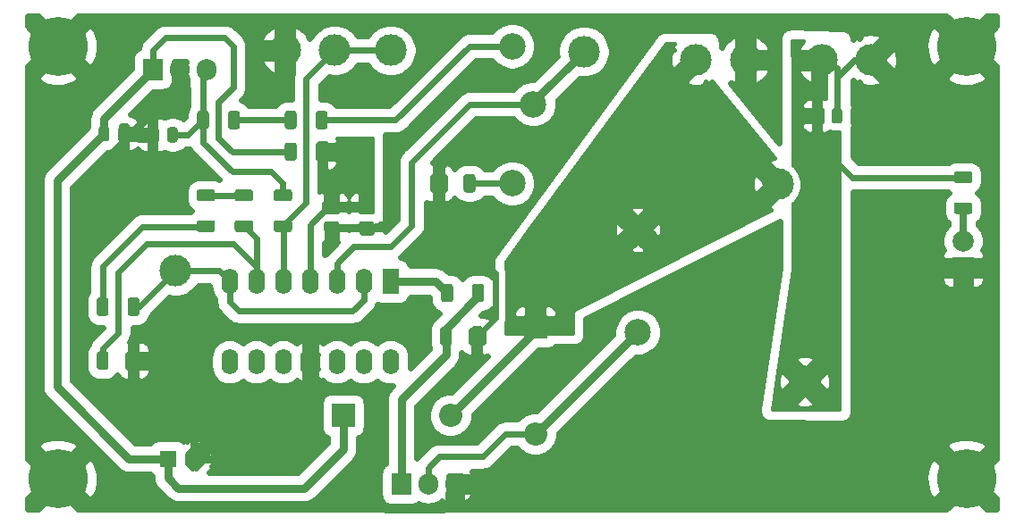
<source format=gbr>
%TF.GenerationSoftware,KiCad,Pcbnew,(5.1.12)-1*%
%TF.CreationDate,2022-07-26T17:52:46-05:00*%
%TF.ProjectId,RX7_COOLANT_TEMP_CONTROLLER,5258375f-434f-44f4-9c41-4e545f54454d,rev?*%
%TF.SameCoordinates,Original*%
%TF.FileFunction,Copper,L2,Bot*%
%TF.FilePolarity,Positive*%
%FSLAX46Y46*%
G04 Gerber Fmt 4.6, Leading zero omitted, Abs format (unit mm)*
G04 Created by KiCad (PCBNEW (5.1.12)-1) date 2022-07-26 17:52:46*
%MOMM*%
%LPD*%
G01*
G04 APERTURE LIST*
%TA.AperFunction,ComponentPad*%
%ADD10C,2.000000*%
%TD*%
%TA.AperFunction,ComponentPad*%
%ADD11R,2.000000X2.000000*%
%TD*%
%TA.AperFunction,ComponentPad*%
%ADD12C,5.600000*%
%TD*%
%TA.AperFunction,ComponentPad*%
%ADD13C,3.000000*%
%TD*%
%TA.AperFunction,ComponentPad*%
%ADD14O,3.000000X3.000000*%
%TD*%
%TA.AperFunction,ComponentPad*%
%ADD15C,2.500000*%
%TD*%
%TA.AperFunction,ComponentPad*%
%ADD16C,1.600000*%
%TD*%
%TA.AperFunction,ComponentPad*%
%ADD17R,1.600000X1.600000*%
%TD*%
%TA.AperFunction,ComponentPad*%
%ADD18O,2.200000X2.200000*%
%TD*%
%TA.AperFunction,ComponentPad*%
%ADD19R,2.200000X2.200000*%
%TD*%
%TA.AperFunction,ComponentPad*%
%ADD20O,1.905000X2.000000*%
%TD*%
%TA.AperFunction,ComponentPad*%
%ADD21R,1.905000X2.000000*%
%TD*%
%TA.AperFunction,ComponentPad*%
%ADD22O,1.600000X2.400000*%
%TD*%
%TA.AperFunction,ComponentPad*%
%ADD23R,1.600000X2.400000*%
%TD*%
%TA.AperFunction,SMDPad,CuDef*%
%ADD24C,3.000000*%
%TD*%
%TA.AperFunction,Conductor*%
%ADD25C,0.800000*%
%TD*%
%TA.AperFunction,Conductor*%
%ADD26C,0.600000*%
%TD*%
%TA.AperFunction,Conductor*%
%ADD27C,0.700000*%
%TD*%
%TA.AperFunction,Conductor*%
%ADD28C,0.400000*%
%TD*%
%TA.AperFunction,Conductor*%
%ADD29C,0.100000*%
%TD*%
G04 APERTURE END LIST*
D10*
%TO.P,D2,2*%
%TO.N,Net-(D2-Pad2)*%
X193700000Y-73460000D03*
D11*
%TO.P,D2,1*%
%TO.N,GND*%
X193700000Y-76000000D03*
%TD*%
%TO.P,JMP2,2*%
%TO.N,/UB*%
%TA.AperFunction,SMDPad,CuDef*%
G36*
G01*
X132400000Y-62625001D02*
X132400000Y-61374999D01*
G75*
G02*
X132649999Y-61125000I249999J0D01*
G01*
X133275001Y-61125000D01*
G75*
G02*
X133525000Y-61374999I0J-249999D01*
G01*
X133525000Y-62625001D01*
G75*
G02*
X133275001Y-62875000I-249999J0D01*
G01*
X132649999Y-62875000D01*
G75*
G02*
X132400000Y-62625001I0J249999D01*
G01*
G37*
%TD.AperFunction*%
%TO.P,JMP2,1*%
%TA.AperFunction,SMDPad,CuDef*%
G36*
G01*
X129475000Y-62625001D02*
X129475000Y-61374999D01*
G75*
G02*
X129724999Y-61125000I249999J0D01*
G01*
X130350001Y-61125000D01*
G75*
G02*
X130600000Y-61374999I0J-249999D01*
G01*
X130600000Y-62625001D01*
G75*
G02*
X130350001Y-62875000I-249999J0D01*
G01*
X129724999Y-62875000D01*
G75*
G02*
X129475000Y-62625001I0J249999D01*
G01*
G37*
%TD.AperFunction*%
%TD*%
%TO.P,JMP1,2*%
%TO.N,V_DIODE*%
%TA.AperFunction,SMDPad,CuDef*%
G36*
G01*
X132400000Y-65625001D02*
X132400000Y-64374999D01*
G75*
G02*
X132649999Y-64125000I249999J0D01*
G01*
X133275001Y-64125000D01*
G75*
G02*
X133525000Y-64374999I0J-249999D01*
G01*
X133525000Y-65625001D01*
G75*
G02*
X133275001Y-65875000I-249999J0D01*
G01*
X132649999Y-65875000D01*
G75*
G02*
X132400000Y-65625001I0J249999D01*
G01*
G37*
%TD.AperFunction*%
%TO.P,JMP1,1*%
%TA.AperFunction,SMDPad,CuDef*%
G36*
G01*
X129475000Y-65625001D02*
X129475000Y-64374999D01*
G75*
G02*
X129724999Y-64125000I249999J0D01*
G01*
X130350001Y-64125000D01*
G75*
G02*
X130600000Y-64374999I0J-249999D01*
G01*
X130600000Y-65625001D01*
G75*
G02*
X130350001Y-65875000I-249999J0D01*
G01*
X129724999Y-65875000D01*
G75*
G02*
X129475000Y-65625001I0J249999D01*
G01*
G37*
%TD.AperFunction*%
%TD*%
D12*
%TO.P,H4,1*%
%TO.N,GND*%
X108000000Y-96000000D03*
%TD*%
%TO.P,H3,1*%
%TO.N,GND*%
X108000000Y-55000000D03*
%TD*%
%TO.P,H2,1*%
%TO.N,GND*%
X194000000Y-55000000D03*
%TD*%
%TO.P,H1,1*%
%TO.N,GND*%
X194000000Y-96000000D03*
%TD*%
D13*
%TO.P,J2,1*%
%TO.N,+12V*%
X168400000Y-56300000D03*
D14*
%TO.P,J2,2*%
%TO.N,GND*%
X173100000Y-56300000D03*
%TD*%
D13*
%TO.P,U2,4*%
%TO.N,/FAN_POS*%
X178700000Y-86800000D03*
%TO.P,U2,3*%
%TO.N,+12V*%
X176200000Y-68100000D03*
D15*
%TO.P,U2,2*%
%TO.N,Net-(D1-Pad2)*%
X162900000Y-82100000D03*
%TO.P,U2,1*%
%TO.N,+12V*%
X162900000Y-72400000D03*
%TD*%
D16*
%TO.P,CP1,2*%
%TO.N,GND*%
X120900000Y-94100000D03*
D17*
%TO.P,CP1,1*%
%TO.N,V_DIODE*%
X118400000Y-94100000D03*
%TD*%
D13*
%TO.P,TH1,1*%
%TO.N,/SENS_VOUT*%
X134200000Y-55400000D03*
D14*
%TO.P,TH1,2*%
%TO.N,GND*%
X129500000Y-55400000D03*
%TD*%
D15*
%TO.P,POT1,3*%
%TO.N,/UB*%
X151000000Y-55000000D03*
%TO.P,POT1,2*%
%TO.N,/VREF*%
X153000000Y-60500000D03*
%TO.P,POT1,1*%
%TO.N,/LB*%
X151000000Y-68000000D03*
%TD*%
D13*
%TO.P,J1,1*%
%TO.N,GND*%
X185000000Y-56300000D03*
D14*
%TO.P,J1,2*%
%TO.N,/FAN_POS*%
X180300000Y-56300000D03*
%TD*%
D18*
%TO.P,D3,2*%
%TO.N,+12V*%
X145160000Y-90000000D03*
D19*
%TO.P,D3,1*%
%TO.N,V_DIODE*%
X135000000Y-90000000D03*
%TD*%
D20*
%TO.P,U4,3*%
%TO.N,+5V*%
X122080000Y-57200000D03*
%TO.P,U4,2*%
%TO.N,GND*%
X119540000Y-57200000D03*
D21*
%TO.P,U4,1*%
%TO.N,V_DIODE*%
X117000000Y-57200000D03*
%TD*%
D22*
%TO.P,U1,14*%
%TO.N,N/C*%
X139500000Y-84920000D03*
%TO.P,U1,7*%
%TO.N,/FB_IN*%
X124260000Y-77300000D03*
%TO.P,U1,13*%
%TO.N,N/C*%
X136960000Y-84920000D03*
%TO.P,U1,6*%
%TO.N,/FB_OUT*%
X126800000Y-77300000D03*
%TO.P,U1,12*%
%TO.N,N/C*%
X134420000Y-84920000D03*
%TO.P,U1,5*%
%TO.N,/SENS_VOUT*%
X129340000Y-77300000D03*
%TO.P,U1,11*%
%TO.N,GND*%
X131880000Y-84920000D03*
%TO.P,U1,4*%
%TO.N,V_DIODE*%
X131880000Y-77300000D03*
%TO.P,U1,10*%
%TO.N,N/C*%
X129340000Y-84920000D03*
%TO.P,U1,3*%
%TO.N,/VREF*%
X134420000Y-77300000D03*
%TO.P,U1,9*%
%TO.N,N/C*%
X126800000Y-84920000D03*
%TO.P,U1,2*%
%TO.N,/FB_IN*%
X136960000Y-77300000D03*
%TO.P,U1,8*%
%TO.N,N/C*%
X124260000Y-84920000D03*
D23*
%TO.P,U1,1*%
%TO.N,Net-(R4-Pad2)*%
X139500000Y-77300000D03*
%TD*%
D24*
%TO.P,TP3,1*%
%TO.N,/VREF*%
X157800000Y-55500000D03*
%TD*%
%TO.P,TP2,1*%
%TO.N,/FB_IN*%
X119100000Y-76300000D03*
%TD*%
%TO.P,TP1,1*%
%TO.N,/SENS_VOUT*%
X139500000Y-55400000D03*
%TD*%
%TO.P,R10,2*%
%TO.N,Net-(D2-Pad2)*%
%TA.AperFunction,SMDPad,CuDef*%
G36*
G01*
X193074999Y-69800000D02*
X194325001Y-69800000D01*
G75*
G02*
X194575000Y-70049999I0J-249999D01*
G01*
X194575000Y-70675001D01*
G75*
G02*
X194325001Y-70925000I-249999J0D01*
G01*
X193074999Y-70925000D01*
G75*
G02*
X192825000Y-70675001I0J249999D01*
G01*
X192825000Y-70049999D01*
G75*
G02*
X193074999Y-69800000I249999J0D01*
G01*
G37*
%TD.AperFunction*%
%TO.P,R10,1*%
%TO.N,/FAN_POS*%
%TA.AperFunction,SMDPad,CuDef*%
G36*
G01*
X193074999Y-66875000D02*
X194325001Y-66875000D01*
G75*
G02*
X194575000Y-67124999I0J-249999D01*
G01*
X194575000Y-67750001D01*
G75*
G02*
X194325001Y-68000000I-249999J0D01*
G01*
X193074999Y-68000000D01*
G75*
G02*
X192825000Y-67750001I0J249999D01*
G01*
X192825000Y-67124999D01*
G75*
G02*
X193074999Y-66875000I249999J0D01*
G01*
G37*
%TD.AperFunction*%
%TD*%
%TO.P,R9,2*%
%TO.N,Net-(R8-Pad1)*%
%TA.AperFunction,SMDPad,CuDef*%
G36*
G01*
X112800000Y-79074999D02*
X112800000Y-80325001D01*
G75*
G02*
X112550001Y-80575000I-249999J0D01*
G01*
X111924999Y-80575000D01*
G75*
G02*
X111675000Y-80325001I0J249999D01*
G01*
X111675000Y-79074999D01*
G75*
G02*
X111924999Y-78825000I249999J0D01*
G01*
X112550001Y-78825000D01*
G75*
G02*
X112800000Y-79074999I0J-249999D01*
G01*
G37*
%TD.AperFunction*%
%TO.P,R9,1*%
%TO.N,/FB_IN*%
%TA.AperFunction,SMDPad,CuDef*%
G36*
G01*
X115725000Y-79074999D02*
X115725000Y-80325001D01*
G75*
G02*
X115475001Y-80575000I-249999J0D01*
G01*
X114849999Y-80575000D01*
G75*
G02*
X114600000Y-80325001I0J249999D01*
G01*
X114600000Y-79074999D01*
G75*
G02*
X114849999Y-78825000I249999J0D01*
G01*
X115475001Y-78825000D01*
G75*
G02*
X115725000Y-79074999I0J-249999D01*
G01*
G37*
%TD.AperFunction*%
%TD*%
%TO.P,R8,2*%
%TO.N,Net-(R7-Pad1)*%
%TA.AperFunction,SMDPad,CuDef*%
G36*
G01*
X122625001Y-69700000D02*
X121374999Y-69700000D01*
G75*
G02*
X121125000Y-69450001I0J249999D01*
G01*
X121125000Y-68824999D01*
G75*
G02*
X121374999Y-68575000I249999J0D01*
G01*
X122625001Y-68575000D01*
G75*
G02*
X122875000Y-68824999I0J-249999D01*
G01*
X122875000Y-69450001D01*
G75*
G02*
X122625001Y-69700000I-249999J0D01*
G01*
G37*
%TD.AperFunction*%
%TO.P,R8,1*%
%TO.N,Net-(R8-Pad1)*%
%TA.AperFunction,SMDPad,CuDef*%
G36*
G01*
X122625001Y-72625000D02*
X121374999Y-72625000D01*
G75*
G02*
X121125000Y-72375001I0J249999D01*
G01*
X121125000Y-71749999D01*
G75*
G02*
X121374999Y-71500000I249999J0D01*
G01*
X122625001Y-71500000D01*
G75*
G02*
X122875000Y-71749999I0J-249999D01*
G01*
X122875000Y-72375001D01*
G75*
G02*
X122625001Y-72625000I-249999J0D01*
G01*
G37*
%TD.AperFunction*%
%TD*%
%TO.P,R7,2*%
%TO.N,/FB_OUT*%
%TA.AperFunction,SMDPad,CuDef*%
G36*
G01*
X124974999Y-71500000D02*
X126225001Y-71500000D01*
G75*
G02*
X126475000Y-71749999I0J-249999D01*
G01*
X126475000Y-72375001D01*
G75*
G02*
X126225001Y-72625000I-249999J0D01*
G01*
X124974999Y-72625000D01*
G75*
G02*
X124725000Y-72375001I0J249999D01*
G01*
X124725000Y-71749999D01*
G75*
G02*
X124974999Y-71500000I249999J0D01*
G01*
G37*
%TD.AperFunction*%
%TO.P,R7,1*%
%TO.N,Net-(R7-Pad1)*%
%TA.AperFunction,SMDPad,CuDef*%
G36*
G01*
X124974999Y-68575000D02*
X126225001Y-68575000D01*
G75*
G02*
X126475000Y-68824999I0J-249999D01*
G01*
X126475000Y-69450001D01*
G75*
G02*
X126225001Y-69700000I-249999J0D01*
G01*
X124974999Y-69700000D01*
G75*
G02*
X124725000Y-69450001I0J249999D01*
G01*
X124725000Y-68824999D01*
G75*
G02*
X124974999Y-68575000I249999J0D01*
G01*
G37*
%TD.AperFunction*%
%TD*%
%TO.P,R6,2*%
%TO.N,/FB_OUT*%
%TA.AperFunction,SMDPad,CuDef*%
G36*
G01*
X112800000Y-84174999D02*
X112800000Y-85425001D01*
G75*
G02*
X112550001Y-85675000I-249999J0D01*
G01*
X111924999Y-85675000D01*
G75*
G02*
X111675000Y-85425001I0J249999D01*
G01*
X111675000Y-84174999D01*
G75*
G02*
X111924999Y-83925000I249999J0D01*
G01*
X112550001Y-83925000D01*
G75*
G02*
X112800000Y-84174999I0J-249999D01*
G01*
G37*
%TD.AperFunction*%
%TO.P,R6,1*%
%TO.N,GND*%
%TA.AperFunction,SMDPad,CuDef*%
G36*
G01*
X115725000Y-84174999D02*
X115725000Y-85425001D01*
G75*
G02*
X115475001Y-85675000I-249999J0D01*
G01*
X114849999Y-85675000D01*
G75*
G02*
X114600000Y-85425001I0J249999D01*
G01*
X114600000Y-84174999D01*
G75*
G02*
X114849999Y-83925000I249999J0D01*
G01*
X115475001Y-83925000D01*
G75*
G02*
X115725000Y-84174999I0J-249999D01*
G01*
G37*
%TD.AperFunction*%
%TD*%
%TO.P,R5,2*%
%TO.N,GND*%
%TA.AperFunction,SMDPad,CuDef*%
G36*
G01*
X147100000Y-83125001D02*
X147100000Y-81874999D01*
G75*
G02*
X147349999Y-81625000I249999J0D01*
G01*
X147975001Y-81625000D01*
G75*
G02*
X148225000Y-81874999I0J-249999D01*
G01*
X148225000Y-83125001D01*
G75*
G02*
X147975001Y-83375000I-249999J0D01*
G01*
X147349999Y-83375000D01*
G75*
G02*
X147100000Y-83125001I0J249999D01*
G01*
G37*
%TD.AperFunction*%
%TO.P,R5,1*%
%TO.N,/GDR*%
%TA.AperFunction,SMDPad,CuDef*%
G36*
G01*
X144175000Y-83125001D02*
X144175000Y-81874999D01*
G75*
G02*
X144424999Y-81625000I249999J0D01*
G01*
X145050001Y-81625000D01*
G75*
G02*
X145300000Y-81874999I0J-249999D01*
G01*
X145300000Y-83125001D01*
G75*
G02*
X145050001Y-83375000I-249999J0D01*
G01*
X144424999Y-83375000D01*
G75*
G02*
X144175000Y-83125001I0J249999D01*
G01*
G37*
%TD.AperFunction*%
%TD*%
%TO.P,R4,2*%
%TO.N,Net-(R4-Pad2)*%
%TA.AperFunction,SMDPad,CuDef*%
G36*
G01*
X145400000Y-77774999D02*
X145400000Y-79025001D01*
G75*
G02*
X145150001Y-79275000I-249999J0D01*
G01*
X144524999Y-79275000D01*
G75*
G02*
X144275000Y-79025001I0J249999D01*
G01*
X144275000Y-77774999D01*
G75*
G02*
X144524999Y-77525000I249999J0D01*
G01*
X145150001Y-77525000D01*
G75*
G02*
X145400000Y-77774999I0J-249999D01*
G01*
G37*
%TD.AperFunction*%
%TO.P,R4,1*%
%TO.N,/GDR*%
%TA.AperFunction,SMDPad,CuDef*%
G36*
G01*
X148325000Y-77774999D02*
X148325000Y-79025001D01*
G75*
G02*
X148075001Y-79275000I-249999J0D01*
G01*
X147449999Y-79275000D01*
G75*
G02*
X147200000Y-79025001I0J249999D01*
G01*
X147200000Y-77774999D01*
G75*
G02*
X147449999Y-77525000I249999J0D01*
G01*
X148075001Y-77525000D01*
G75*
G02*
X148325000Y-77774999I0J-249999D01*
G01*
G37*
%TD.AperFunction*%
%TD*%
%TO.P,R3,2*%
%TO.N,/LB*%
%TA.AperFunction,SMDPad,CuDef*%
G36*
G01*
X146400000Y-68625001D02*
X146400000Y-67374999D01*
G75*
G02*
X146649999Y-67125000I249999J0D01*
G01*
X147275001Y-67125000D01*
G75*
G02*
X147525000Y-67374999I0J-249999D01*
G01*
X147525000Y-68625001D01*
G75*
G02*
X147275001Y-68875000I-249999J0D01*
G01*
X146649999Y-68875000D01*
G75*
G02*
X146400000Y-68625001I0J249999D01*
G01*
G37*
%TD.AperFunction*%
%TO.P,R3,1*%
%TO.N,GND*%
%TA.AperFunction,SMDPad,CuDef*%
G36*
G01*
X143475000Y-68625001D02*
X143475000Y-67374999D01*
G75*
G02*
X143724999Y-67125000I249999J0D01*
G01*
X144350001Y-67125000D01*
G75*
G02*
X144600000Y-67374999I0J-249999D01*
G01*
X144600000Y-68625001D01*
G75*
G02*
X144350001Y-68875000I-249999J0D01*
G01*
X143724999Y-68875000D01*
G75*
G02*
X143475000Y-68625001I0J249999D01*
G01*
G37*
%TD.AperFunction*%
%TD*%
%TO.P,R2,2*%
%TO.N,+5V*%
%TA.AperFunction,SMDPad,CuDef*%
G36*
G01*
X122300000Y-61374999D02*
X122300000Y-62625001D01*
G75*
G02*
X122050001Y-62875000I-249999J0D01*
G01*
X121424999Y-62875000D01*
G75*
G02*
X121175000Y-62625001I0J249999D01*
G01*
X121175000Y-61374999D01*
G75*
G02*
X121424999Y-61125000I249999J0D01*
G01*
X122050001Y-61125000D01*
G75*
G02*
X122300000Y-61374999I0J-249999D01*
G01*
G37*
%TD.AperFunction*%
%TO.P,R2,1*%
%TO.N,/UB*%
%TA.AperFunction,SMDPad,CuDef*%
G36*
G01*
X125225000Y-61374999D02*
X125225000Y-62625001D01*
G75*
G02*
X124975001Y-62875000I-249999J0D01*
G01*
X124349999Y-62875000D01*
G75*
G02*
X124100000Y-62625001I0J249999D01*
G01*
X124100000Y-61374999D01*
G75*
G02*
X124349999Y-61125000I249999J0D01*
G01*
X124975001Y-61125000D01*
G75*
G02*
X125225000Y-61374999I0J-249999D01*
G01*
G37*
%TD.AperFunction*%
%TD*%
%TO.P,R1,2*%
%TO.N,/SENS_VOUT*%
%TA.AperFunction,SMDPad,CuDef*%
G36*
G01*
X128674999Y-71500000D02*
X129925001Y-71500000D01*
G75*
G02*
X130175000Y-71749999I0J-249999D01*
G01*
X130175000Y-72375001D01*
G75*
G02*
X129925001Y-72625000I-249999J0D01*
G01*
X128674999Y-72625000D01*
G75*
G02*
X128425000Y-72375001I0J249999D01*
G01*
X128425000Y-71749999D01*
G75*
G02*
X128674999Y-71500000I249999J0D01*
G01*
G37*
%TD.AperFunction*%
%TO.P,R1,1*%
%TO.N,+5V*%
%TA.AperFunction,SMDPad,CuDef*%
G36*
G01*
X128674999Y-68575000D02*
X129925001Y-68575000D01*
G75*
G02*
X130175000Y-68824999I0J-249999D01*
G01*
X130175000Y-69450001D01*
G75*
G02*
X129925001Y-69700000I-249999J0D01*
G01*
X128674999Y-69700000D01*
G75*
G02*
X128425000Y-69450001I0J249999D01*
G01*
X128425000Y-68824999D01*
G75*
G02*
X128674999Y-68575000I249999J0D01*
G01*
G37*
%TD.AperFunction*%
%TD*%
D20*
%TO.P,Q1,3*%
%TO.N,GND*%
X145580000Y-96500000D03*
%TO.P,Q1,2*%
%TO.N,Net-(D1-Pad2)*%
X143040000Y-96500000D03*
D21*
%TO.P,Q1,1*%
%TO.N,/GDR*%
X140500000Y-96500000D03*
%TD*%
%TO.P,C5,2*%
%TO.N,GND*%
%TA.AperFunction,SMDPad,CuDef*%
G36*
G01*
X117450000Y-62925000D02*
X117450000Y-63875000D01*
G75*
G02*
X117200000Y-64125000I-250000J0D01*
G01*
X116700000Y-64125000D01*
G75*
G02*
X116450000Y-63875000I0J250000D01*
G01*
X116450000Y-62925000D01*
G75*
G02*
X116700000Y-62675000I250000J0D01*
G01*
X117200000Y-62675000D01*
G75*
G02*
X117450000Y-62925000I0J-250000D01*
G01*
G37*
%TD.AperFunction*%
%TO.P,C5,1*%
%TO.N,+5V*%
%TA.AperFunction,SMDPad,CuDef*%
G36*
G01*
X119350000Y-62925000D02*
X119350000Y-63875000D01*
G75*
G02*
X119100000Y-64125000I-250000J0D01*
G01*
X118600000Y-64125000D01*
G75*
G02*
X118350000Y-63875000I0J250000D01*
G01*
X118350000Y-62925000D01*
G75*
G02*
X118600000Y-62675000I250000J0D01*
G01*
X119100000Y-62675000D01*
G75*
G02*
X119350000Y-62925000I0J-250000D01*
G01*
G37*
%TD.AperFunction*%
%TD*%
%TO.P,C4,2*%
%TO.N,GND*%
%TA.AperFunction,SMDPad,CuDef*%
G36*
G01*
X113750000Y-63775000D02*
X113750000Y-62825000D01*
G75*
G02*
X114000000Y-62575000I250000J0D01*
G01*
X114500000Y-62575000D01*
G75*
G02*
X114750000Y-62825000I0J-250000D01*
G01*
X114750000Y-63775000D01*
G75*
G02*
X114500000Y-64025000I-250000J0D01*
G01*
X114000000Y-64025000D01*
G75*
G02*
X113750000Y-63775000I0J250000D01*
G01*
G37*
%TD.AperFunction*%
%TO.P,C4,1*%
%TO.N,V_DIODE*%
%TA.AperFunction,SMDPad,CuDef*%
G36*
G01*
X111850000Y-63775000D02*
X111850000Y-62825000D01*
G75*
G02*
X112100000Y-62575000I250000J0D01*
G01*
X112600000Y-62575000D01*
G75*
G02*
X112850000Y-62825000I0J-250000D01*
G01*
X112850000Y-63775000D01*
G75*
G02*
X112600000Y-64025000I-250000J0D01*
G01*
X112100000Y-64025000D01*
G75*
G02*
X111850000Y-63775000I0J250000D01*
G01*
G37*
%TD.AperFunction*%
%TD*%
%TO.P,C3,2*%
%TO.N,V_DIODE*%
%TA.AperFunction,SMDPad,CuDef*%
G36*
G01*
X137675000Y-70700000D02*
X136725000Y-70700000D01*
G75*
G02*
X136475000Y-70450000I0J250000D01*
G01*
X136475000Y-69950000D01*
G75*
G02*
X136725000Y-69700000I250000J0D01*
G01*
X137675000Y-69700000D01*
G75*
G02*
X137925000Y-69950000I0J-250000D01*
G01*
X137925000Y-70450000D01*
G75*
G02*
X137675000Y-70700000I-250000J0D01*
G01*
G37*
%TD.AperFunction*%
%TO.P,C3,1*%
%TO.N,GND*%
%TA.AperFunction,SMDPad,CuDef*%
G36*
G01*
X137675000Y-72600000D02*
X136725000Y-72600000D01*
G75*
G02*
X136475000Y-72350000I0J250000D01*
G01*
X136475000Y-71850000D01*
G75*
G02*
X136725000Y-71600000I250000J0D01*
G01*
X137675000Y-71600000D01*
G75*
G02*
X137925000Y-71850000I0J-250000D01*
G01*
X137925000Y-72350000D01*
G75*
G02*
X137675000Y-72600000I-250000J0D01*
G01*
G37*
%TD.AperFunction*%
%TD*%
%TO.P,C2,2*%
%TO.N,V_DIODE*%
%TA.AperFunction,SMDPad,CuDef*%
G36*
G01*
X134375000Y-70700000D02*
X133425000Y-70700000D01*
G75*
G02*
X133175000Y-70450000I0J250000D01*
G01*
X133175000Y-69950000D01*
G75*
G02*
X133425000Y-69700000I250000J0D01*
G01*
X134375000Y-69700000D01*
G75*
G02*
X134625000Y-69950000I0J-250000D01*
G01*
X134625000Y-70450000D01*
G75*
G02*
X134375000Y-70700000I-250000J0D01*
G01*
G37*
%TD.AperFunction*%
%TO.P,C2,1*%
%TO.N,GND*%
%TA.AperFunction,SMDPad,CuDef*%
G36*
G01*
X134375000Y-72600000D02*
X133425000Y-72600000D01*
G75*
G02*
X133175000Y-72350000I0J250000D01*
G01*
X133175000Y-71850000D01*
G75*
G02*
X133425000Y-71600000I250000J0D01*
G01*
X134375000Y-71600000D01*
G75*
G02*
X134625000Y-71850000I0J-250000D01*
G01*
X134625000Y-72350000D01*
G75*
G02*
X134375000Y-72600000I-250000J0D01*
G01*
G37*
%TD.AperFunction*%
%TD*%
%TO.P,C1,2*%
%TO.N,GND*%
%TA.AperFunction,SMDPad,CuDef*%
G36*
G01*
X181250000Y-62075000D02*
X181250000Y-61125000D01*
G75*
G02*
X181500000Y-60875000I250000J0D01*
G01*
X182000000Y-60875000D01*
G75*
G02*
X182250000Y-61125000I0J-250000D01*
G01*
X182250000Y-62075000D01*
G75*
G02*
X182000000Y-62325000I-250000J0D01*
G01*
X181500000Y-62325000D01*
G75*
G02*
X181250000Y-62075000I0J250000D01*
G01*
G37*
%TD.AperFunction*%
%TO.P,C1,1*%
%TO.N,/FAN_POS*%
%TA.AperFunction,SMDPad,CuDef*%
G36*
G01*
X179350000Y-62075000D02*
X179350000Y-61125000D01*
G75*
G02*
X179600000Y-60875000I250000J0D01*
G01*
X180100000Y-60875000D01*
G75*
G02*
X180350000Y-61125000I0J-250000D01*
G01*
X180350000Y-62075000D01*
G75*
G02*
X180100000Y-62325000I-250000J0D01*
G01*
X179600000Y-62325000D01*
G75*
G02*
X179350000Y-62075000I0J250000D01*
G01*
G37*
%TD.AperFunction*%
%TD*%
D18*
%TO.P,D1,2*%
%TO.N,Net-(D1-Pad2)*%
X153200000Y-91760000D03*
D19*
%TO.P,D1,1*%
%TO.N,+12V*%
X153200000Y-81600000D03*
%TD*%
D25*
%TO.N,+12V*%
X153200000Y-81960000D02*
X145160000Y-90000000D01*
X153200000Y-81600000D02*
X153200000Y-81960000D01*
%TO.N,GND*%
X131880000Y-82880000D02*
X131880000Y-84920000D01*
X131000000Y-82000000D02*
X131880000Y-82880000D01*
D26*
X131880000Y-84920000D02*
X131880000Y-85880000D01*
X131880000Y-85880000D02*
X133500000Y-87500000D01*
X133500000Y-87500000D02*
X136500000Y-87500000D01*
X136500000Y-87500000D02*
X137500000Y-88500000D01*
X137500000Y-88500000D02*
X137500000Y-97500000D01*
X137500000Y-97500000D02*
X139000000Y-99000000D01*
X139000000Y-99000000D02*
X144500000Y-99000000D01*
X145580000Y-97920000D02*
X145580000Y-96500000D01*
X144500000Y-99000000D02*
X145580000Y-97920000D01*
D25*
X115162500Y-84800000D02*
X118800000Y-84800000D01*
X121600000Y-82000000D02*
X131000000Y-82000000D01*
X118800000Y-84800000D02*
X121600000Y-82000000D01*
D26*
X181750000Y-57950000D02*
X183400000Y-56300000D01*
X181750000Y-61600000D02*
X181750000Y-57050000D01*
D25*
X120900000Y-94100000D02*
X125900000Y-94100000D01*
X131880000Y-88120000D02*
X131880000Y-84920000D01*
X125900000Y-94100000D02*
X131880000Y-88120000D01*
D26*
X147662500Y-82500000D02*
X149400000Y-80762500D01*
X149400000Y-80762500D02*
X149400000Y-76500000D01*
X149400000Y-76500000D02*
X148700000Y-75800000D01*
X133900000Y-72100000D02*
X137200000Y-72100000D01*
X137200000Y-72100000D02*
X138600000Y-72100000D01*
X138600000Y-72100000D02*
X140000000Y-70700000D01*
X140000000Y-70700000D02*
X140000000Y-65100000D01*
X140000000Y-65100000D02*
X147300000Y-57800000D01*
X147300000Y-57800000D02*
X152600000Y-57800000D01*
X152600000Y-57800000D02*
X154200000Y-56200000D01*
X154200000Y-56200000D02*
X154200000Y-53700000D01*
X154200000Y-53700000D02*
X155400000Y-52500000D01*
X155400000Y-52500000D02*
X160000000Y-52500000D01*
X160000000Y-52500000D02*
X161400000Y-53900000D01*
X161400000Y-53900000D02*
X161400000Y-56900000D01*
X161400000Y-56900000D02*
X153900000Y-64400000D01*
X153900000Y-64400000D02*
X146400000Y-64400000D01*
X144037500Y-66762500D02*
X144037500Y-68000000D01*
X146400000Y-64400000D02*
X144037500Y-66762500D01*
D25*
X114250000Y-64025000D02*
X114250000Y-63300000D01*
X109800000Y-86500000D02*
X109800000Y-68475000D01*
X114800000Y-91500000D02*
X109800000Y-86500000D01*
X109800000Y-68475000D02*
X114250000Y-64025000D01*
X120200000Y-91500000D02*
X114800000Y-91500000D01*
X120900000Y-92200000D02*
X120200000Y-91500000D01*
X120900000Y-94100000D02*
X120900000Y-92200000D01*
X116850000Y-63300000D02*
X116950000Y-63400000D01*
X114250000Y-63300000D02*
X116850000Y-63300000D01*
X119540000Y-58660000D02*
X119540000Y-57200000D01*
X114900000Y-63300000D02*
X119540000Y-58660000D01*
X114250000Y-63300000D02*
X114900000Y-63300000D01*
D26*
%TO.N,+5V*%
X121737500Y-62000000D02*
X121737500Y-64137500D01*
X121737500Y-64137500D02*
X124500000Y-66900000D01*
X124500000Y-66900000D02*
X128200000Y-66900000D01*
X129300000Y-68000000D02*
X129300000Y-69137500D01*
X128200000Y-66900000D02*
X129300000Y-68000000D01*
X120337500Y-63400000D02*
X121737500Y-62000000D01*
X118850000Y-63400000D02*
X120337500Y-63400000D01*
X121737500Y-57542500D02*
X122080000Y-57200000D01*
X121737500Y-62000000D02*
X121737500Y-57542500D01*
D25*
%TO.N,Net-(R4-Pad2)*%
X143737500Y-77300000D02*
X144837500Y-78400000D01*
X139500000Y-77300000D02*
X143737500Y-77300000D01*
D26*
%TO.N,Net-(R7-Pad1)*%
X122000000Y-69137500D02*
X125600000Y-69137500D01*
%TO.N,Net-(R8-Pad1)*%
X112237500Y-79700000D02*
X112237500Y-75862500D01*
X112237500Y-75862500D02*
X116000000Y-72100000D01*
X121962500Y-72100000D02*
X122000000Y-72062500D01*
X116000000Y-72100000D02*
X121962500Y-72100000D01*
%TO.N,/FAN_POS*%
X179850000Y-61600000D02*
X179850000Y-64050000D01*
X183237500Y-67437500D02*
X193700000Y-67437500D01*
X179850000Y-64050000D02*
X183237500Y-67437500D01*
D25*
%TO.N,/GDR*%
X144737500Y-81762500D02*
X144737500Y-82500000D01*
X147762500Y-78737500D02*
X144737500Y-81762500D01*
X147762500Y-78400000D02*
X147762500Y-78737500D01*
X144737500Y-84262500D02*
X144737500Y-82500000D01*
X140500000Y-88500000D02*
X144737500Y-84262500D01*
X140500000Y-96500000D02*
X140500000Y-88500000D01*
D26*
%TO.N,/SENS_VOUT*%
X129340000Y-72102500D02*
X129300000Y-72062500D01*
X129340000Y-77300000D02*
X129340000Y-72102500D01*
X134200000Y-55400000D02*
X139500000Y-55400000D01*
X131500000Y-58100000D02*
X134200000Y-55400000D01*
X131500000Y-69862500D02*
X131500000Y-58100000D01*
X129300000Y-72062500D02*
X131500000Y-69862500D01*
%TO.N,/UB*%
X146962500Y-55000000D02*
X151000000Y-55000000D01*
X139962500Y-62000000D02*
X146962500Y-55000000D01*
X139962500Y-62000000D02*
X132962500Y-62000000D01*
X124662500Y-62000000D02*
X130037500Y-62000000D01*
%TO.N,/LB*%
X146962500Y-68000000D02*
X151000000Y-68000000D01*
%TO.N,/FB_OUT*%
X126800000Y-73262500D02*
X125600000Y-72062500D01*
X126800000Y-77300000D02*
X126800000Y-73262500D01*
X126800000Y-75900000D02*
X126800000Y-77300000D01*
X124600000Y-73700000D02*
X126800000Y-75900000D01*
X116400000Y-73700000D02*
X124600000Y-73700000D01*
X113700000Y-76400000D02*
X116400000Y-73700000D01*
X112237500Y-83662500D02*
X113700000Y-82200000D01*
X113700000Y-82200000D02*
X113700000Y-76400000D01*
X112237500Y-84800000D02*
X112237500Y-83662500D01*
%TO.N,/FB_IN*%
X115700000Y-79700000D02*
X119100000Y-76300000D01*
X115162500Y-79700000D02*
X115700000Y-79700000D01*
X123260000Y-76300000D02*
X124260000Y-77300000D01*
X119100000Y-76300000D02*
X123260000Y-76300000D01*
X124260000Y-77300000D02*
X124260000Y-79260000D01*
X124260000Y-79260000D02*
X125100000Y-80100000D01*
X125100000Y-80100000D02*
X135900000Y-80100000D01*
X136960000Y-79040000D02*
X136960000Y-77300000D01*
X135900000Y-80100000D02*
X136960000Y-79040000D01*
%TO.N,/VREF*%
X141500000Y-66000000D02*
X147000000Y-60500000D01*
X139500000Y-74000000D02*
X141500000Y-72000000D01*
X147000000Y-60500000D02*
X153000000Y-60500000D01*
X136000000Y-74000000D02*
X139500000Y-74000000D01*
X141500000Y-72000000D02*
X141500000Y-66000000D01*
X134420000Y-75580000D02*
X136000000Y-74000000D01*
X134420000Y-77300000D02*
X134420000Y-75580000D01*
D25*
X153000000Y-60300000D02*
X157800000Y-55500000D01*
X153000000Y-60500000D02*
X153000000Y-60300000D01*
D27*
%TO.N,Net-(D2-Pad2)*%
X193700000Y-70362500D02*
X193700000Y-73600000D01*
D25*
%TO.N,V_DIODE*%
X118400000Y-95900000D02*
X118400000Y-94100000D01*
X119400000Y-96900000D02*
X118400000Y-95900000D01*
X131300000Y-96900000D02*
X119400000Y-96900000D01*
X135000000Y-93200000D02*
X131300000Y-96900000D01*
X135000000Y-90000000D02*
X135000000Y-93200000D01*
D26*
X133600000Y-70200000D02*
X133900000Y-70200000D01*
X131880000Y-71920000D02*
X133600000Y-70200000D01*
X131880000Y-77300000D02*
X131880000Y-71920000D01*
D25*
X107900000Y-67750000D02*
X112350000Y-63300000D01*
X107900000Y-87300000D02*
X107900000Y-67750000D01*
X114700000Y-94100000D02*
X107900000Y-87300000D01*
X118400000Y-94100000D02*
X114700000Y-94100000D01*
X112350000Y-61850000D02*
X117000000Y-57200000D01*
X112350000Y-63300000D02*
X112350000Y-61850000D01*
D26*
X117000000Y-57200000D02*
X117000000Y-55400000D01*
X117000000Y-55400000D02*
X118200000Y-54200000D01*
X118200000Y-54200000D02*
X123800000Y-54200000D01*
X123800000Y-54200000D02*
X124600000Y-55000000D01*
X124600000Y-55000000D02*
X124600000Y-58900000D01*
X124600000Y-58900000D02*
X123200000Y-60300000D01*
X123200000Y-60300000D02*
X123200000Y-63700000D01*
X124500000Y-65000000D02*
X130037500Y-65000000D01*
X123200000Y-63700000D02*
X124500000Y-65000000D01*
D25*
%TO.N,Net-(D1-Pad2)*%
X153240000Y-91760000D02*
X153200000Y-91760000D01*
X162900000Y-82100000D02*
X153240000Y-91760000D01*
D26*
X143040000Y-94960000D02*
X143040000Y-96500000D01*
X144100000Y-93900000D02*
X143040000Y-94960000D01*
X148200000Y-93900000D02*
X144100000Y-93900000D01*
X150340000Y-91760000D02*
X148200000Y-93900000D01*
X153200000Y-91760000D02*
X150340000Y-91760000D01*
%TD*%
D28*
%TO.N,+12V*%
X166368321Y-54780406D02*
X166058677Y-55090050D01*
X166338138Y-55369511D01*
X166003253Y-55547515D01*
X165902504Y-56029556D01*
X165897732Y-56521991D01*
X165989119Y-57005893D01*
X166003253Y-57052485D01*
X166338140Y-57230490D01*
X167268629Y-56300000D01*
X167254487Y-56285858D01*
X168385858Y-55154487D01*
X168400000Y-55168629D01*
X168414142Y-55154487D01*
X169545513Y-56285858D01*
X169531371Y-56300000D01*
X169545513Y-56314142D01*
X168414142Y-57445513D01*
X168400000Y-57431371D01*
X167469510Y-58361860D01*
X167647515Y-58696747D01*
X168129556Y-58797496D01*
X168621991Y-58802268D01*
X169105893Y-58710881D01*
X169152485Y-58696747D01*
X169330489Y-58361862D01*
X169609950Y-58641323D01*
X169904946Y-58346327D01*
X175820831Y-65627416D01*
X175494107Y-65689119D01*
X175447515Y-65703253D01*
X175269510Y-66038140D01*
X176100000Y-66868629D01*
X176100000Y-69331371D01*
X175269510Y-70161860D01*
X175447515Y-70496747D01*
X175533717Y-70514764D01*
X156809456Y-80021670D01*
X156776405Y-80042760D01*
X156748104Y-80069894D01*
X156725640Y-80102027D01*
X156709877Y-80137926D01*
X156701420Y-80176210D01*
X156700000Y-80200000D01*
X156700000Y-82200000D01*
X150400000Y-82200000D01*
X150400000Y-81225120D01*
X150421183Y-81185489D01*
X150421184Y-81185488D01*
X150484084Y-80978138D01*
X150500000Y-80816536D01*
X150500000Y-80816535D01*
X150505322Y-80762501D01*
X150500000Y-80708467D01*
X150500000Y-80500000D01*
X151095161Y-80500000D01*
X151100000Y-80550000D01*
X151350000Y-80800000D01*
X152400000Y-80800000D01*
X152400000Y-79750000D01*
X154000000Y-79750000D01*
X154000000Y-80800000D01*
X155050000Y-80800000D01*
X155300000Y-80550000D01*
X155304839Y-80500000D01*
X155285531Y-80303966D01*
X155228350Y-80115465D01*
X155135493Y-79941741D01*
X155010528Y-79789472D01*
X154858259Y-79664507D01*
X154684535Y-79571650D01*
X154496034Y-79514469D01*
X154300000Y-79495161D01*
X154250000Y-79500000D01*
X154000000Y-79750000D01*
X152400000Y-79750000D01*
X152150000Y-79500000D01*
X152100000Y-79495161D01*
X151903966Y-79514469D01*
X151715465Y-79571650D01*
X151541741Y-79664507D01*
X151389472Y-79789472D01*
X151264507Y-79941741D01*
X151171650Y-80115465D01*
X151114469Y-80303966D01*
X151095161Y-80500000D01*
X150500000Y-80500000D01*
X150500000Y-76554033D01*
X150505322Y-76499999D01*
X150496860Y-76414084D01*
X150484084Y-76284362D01*
X150421184Y-76077012D01*
X150400000Y-76037379D01*
X150400000Y-75465400D01*
X151275215Y-74270229D01*
X162161142Y-74270229D01*
X162304272Y-74580990D01*
X162741209Y-74655304D01*
X163184248Y-74642948D01*
X163495728Y-74580990D01*
X163638858Y-74270229D01*
X162900000Y-73531371D01*
X162161142Y-74270229D01*
X151275215Y-74270229D01*
X152761052Y-72241209D01*
X160644696Y-72241209D01*
X160657052Y-72684248D01*
X160719010Y-72995728D01*
X161029771Y-73138858D01*
X161768629Y-72400000D01*
X164031371Y-72400000D01*
X164770229Y-73138858D01*
X165080990Y-72995728D01*
X165155304Y-72558791D01*
X165142948Y-72115752D01*
X165080990Y-71804272D01*
X164770229Y-71661142D01*
X164031371Y-72400000D01*
X161768629Y-72400000D01*
X161029771Y-71661142D01*
X160719010Y-71804272D01*
X160644696Y-72241209D01*
X152761052Y-72241209D01*
X154014325Y-70529771D01*
X162161142Y-70529771D01*
X162900000Y-71268629D01*
X163638858Y-70529771D01*
X163495728Y-70219010D01*
X163058791Y-70144696D01*
X162615752Y-70157052D01*
X162304272Y-70219010D01*
X162161142Y-70529771D01*
X154014325Y-70529771D01*
X155631066Y-68321991D01*
X173697732Y-68321991D01*
X173789119Y-68805893D01*
X173803253Y-68852485D01*
X174138140Y-69030490D01*
X175068629Y-68100000D01*
X174138140Y-67169510D01*
X173803253Y-67347515D01*
X173702504Y-67829556D01*
X173697732Y-68321991D01*
X155631066Y-68321991D01*
X165550995Y-54775598D01*
X166368321Y-54780406D01*
%TA.AperFunction,Conductor*%
D29*
G36*
X166368321Y-54780406D02*
G01*
X166058677Y-55090050D01*
X166338138Y-55369511D01*
X166003253Y-55547515D01*
X165902504Y-56029556D01*
X165897732Y-56521991D01*
X165989119Y-57005893D01*
X166003253Y-57052485D01*
X166338140Y-57230490D01*
X167268629Y-56300000D01*
X167254487Y-56285858D01*
X168385858Y-55154487D01*
X168400000Y-55168629D01*
X168414142Y-55154487D01*
X169545513Y-56285858D01*
X169531371Y-56300000D01*
X169545513Y-56314142D01*
X168414142Y-57445513D01*
X168400000Y-57431371D01*
X167469510Y-58361860D01*
X167647515Y-58696747D01*
X168129556Y-58797496D01*
X168621991Y-58802268D01*
X169105893Y-58710881D01*
X169152485Y-58696747D01*
X169330489Y-58361862D01*
X169609950Y-58641323D01*
X169904946Y-58346327D01*
X175820831Y-65627416D01*
X175494107Y-65689119D01*
X175447515Y-65703253D01*
X175269510Y-66038140D01*
X176100000Y-66868629D01*
X176100000Y-69331371D01*
X175269510Y-70161860D01*
X175447515Y-70496747D01*
X175533717Y-70514764D01*
X156809456Y-80021670D01*
X156776405Y-80042760D01*
X156748104Y-80069894D01*
X156725640Y-80102027D01*
X156709877Y-80137926D01*
X156701420Y-80176210D01*
X156700000Y-80200000D01*
X156700000Y-82200000D01*
X150400000Y-82200000D01*
X150400000Y-81225120D01*
X150421183Y-81185489D01*
X150421184Y-81185488D01*
X150484084Y-80978138D01*
X150500000Y-80816536D01*
X150500000Y-80816535D01*
X150505322Y-80762501D01*
X150500000Y-80708467D01*
X150500000Y-80500000D01*
X151095161Y-80500000D01*
X151100000Y-80550000D01*
X151350000Y-80800000D01*
X152400000Y-80800000D01*
X152400000Y-79750000D01*
X154000000Y-79750000D01*
X154000000Y-80800000D01*
X155050000Y-80800000D01*
X155300000Y-80550000D01*
X155304839Y-80500000D01*
X155285531Y-80303966D01*
X155228350Y-80115465D01*
X155135493Y-79941741D01*
X155010528Y-79789472D01*
X154858259Y-79664507D01*
X154684535Y-79571650D01*
X154496034Y-79514469D01*
X154300000Y-79495161D01*
X154250000Y-79500000D01*
X154000000Y-79750000D01*
X152400000Y-79750000D01*
X152150000Y-79500000D01*
X152100000Y-79495161D01*
X151903966Y-79514469D01*
X151715465Y-79571650D01*
X151541741Y-79664507D01*
X151389472Y-79789472D01*
X151264507Y-79941741D01*
X151171650Y-80115465D01*
X151114469Y-80303966D01*
X151095161Y-80500000D01*
X150500000Y-80500000D01*
X150500000Y-76554033D01*
X150505322Y-76499999D01*
X150496860Y-76414084D01*
X150484084Y-76284362D01*
X150421184Y-76077012D01*
X150400000Y-76037379D01*
X150400000Y-75465400D01*
X151275215Y-74270229D01*
X162161142Y-74270229D01*
X162304272Y-74580990D01*
X162741209Y-74655304D01*
X163184248Y-74642948D01*
X163495728Y-74580990D01*
X163638858Y-74270229D01*
X162900000Y-73531371D01*
X162161142Y-74270229D01*
X151275215Y-74270229D01*
X152761052Y-72241209D01*
X160644696Y-72241209D01*
X160657052Y-72684248D01*
X160719010Y-72995728D01*
X161029771Y-73138858D01*
X161768629Y-72400000D01*
X164031371Y-72400000D01*
X164770229Y-73138858D01*
X165080990Y-72995728D01*
X165155304Y-72558791D01*
X165142948Y-72115752D01*
X165080990Y-71804272D01*
X164770229Y-71661142D01*
X164031371Y-72400000D01*
X161768629Y-72400000D01*
X161029771Y-71661142D01*
X160719010Y-71804272D01*
X160644696Y-72241209D01*
X152761052Y-72241209D01*
X154014325Y-70529771D01*
X162161142Y-70529771D01*
X162900000Y-71268629D01*
X163638858Y-70529771D01*
X163495728Y-70219010D01*
X163058791Y-70144696D01*
X162615752Y-70157052D01*
X162304272Y-70219010D01*
X162161142Y-70529771D01*
X154014325Y-70529771D01*
X155631066Y-68321991D01*
X173697732Y-68321991D01*
X173789119Y-68805893D01*
X173803253Y-68852485D01*
X174138140Y-69030490D01*
X175068629Y-68100000D01*
X174138140Y-67169510D01*
X173803253Y-67347515D01*
X173702504Y-67829556D01*
X173697732Y-68321991D01*
X155631066Y-68321991D01*
X165550995Y-54775598D01*
X166368321Y-54780406D01*
G37*
%TD.AperFunction*%
%TD*%
D28*
%TO.N,V_DIODE*%
X137700000Y-70700000D02*
X136675000Y-70700000D01*
X136675000Y-70500000D01*
X135725000Y-70500000D01*
X135550000Y-70675000D01*
X135375000Y-70500000D01*
X134425000Y-70500000D01*
X134425000Y-70700000D01*
X133375000Y-70700000D01*
X133375000Y-70500000D01*
X133175000Y-70500000D01*
X133175000Y-69900000D01*
X133375000Y-69900000D01*
X133375000Y-68950000D01*
X134425000Y-68950000D01*
X134425000Y-69900000D01*
X135375000Y-69900000D01*
X135550000Y-69725000D01*
X135725000Y-69900000D01*
X136675000Y-69900000D01*
X136675000Y-68950000D01*
X136425000Y-68700000D01*
X136299115Y-68710674D01*
X136109487Y-68763997D01*
X135933905Y-68853290D01*
X135779117Y-68975122D01*
X135651072Y-69124810D01*
X135554689Y-69296603D01*
X135550000Y-69310997D01*
X135545311Y-69296603D01*
X135448928Y-69124810D01*
X135320883Y-68975122D01*
X135166095Y-68853290D01*
X134990513Y-68763997D01*
X134800885Y-68710674D01*
X134675000Y-68700000D01*
X134425000Y-68950000D01*
X133375000Y-68950000D01*
X133125000Y-68700000D01*
X132999115Y-68710674D01*
X132809487Y-68763997D01*
X132700000Y-68819677D01*
X132700000Y-65675000D01*
X133325000Y-65675000D01*
X133325000Y-66625000D01*
X133575000Y-66875000D01*
X133738918Y-66856805D01*
X133926348Y-66796206D01*
X134098355Y-66700207D01*
X134248328Y-66572494D01*
X134370504Y-66417978D01*
X134460187Y-66242595D01*
X134513932Y-66053086D01*
X134525000Y-65925000D01*
X134275000Y-65675000D01*
X133325000Y-65675000D01*
X132700000Y-65675000D01*
X132700000Y-64180000D01*
X133325000Y-64180000D01*
X133325000Y-64325000D01*
X134275000Y-64325000D01*
X134525000Y-64075000D01*
X134513932Y-63946914D01*
X134460187Y-63757405D01*
X134430833Y-63700000D01*
X137700000Y-63700000D01*
X137700000Y-70700000D01*
%TA.AperFunction,Conductor*%
D29*
G36*
X137700000Y-70700000D02*
G01*
X136675000Y-70700000D01*
X136675000Y-70500000D01*
X135725000Y-70500000D01*
X135550000Y-70675000D01*
X135375000Y-70500000D01*
X134425000Y-70500000D01*
X134425000Y-70700000D01*
X133375000Y-70700000D01*
X133375000Y-70500000D01*
X133175000Y-70500000D01*
X133175000Y-69900000D01*
X133375000Y-69900000D01*
X133375000Y-68950000D01*
X134425000Y-68950000D01*
X134425000Y-69900000D01*
X135375000Y-69900000D01*
X135550000Y-69725000D01*
X135725000Y-69900000D01*
X136675000Y-69900000D01*
X136675000Y-68950000D01*
X136425000Y-68700000D01*
X136299115Y-68710674D01*
X136109487Y-68763997D01*
X135933905Y-68853290D01*
X135779117Y-68975122D01*
X135651072Y-69124810D01*
X135554689Y-69296603D01*
X135550000Y-69310997D01*
X135545311Y-69296603D01*
X135448928Y-69124810D01*
X135320883Y-68975122D01*
X135166095Y-68853290D01*
X134990513Y-68763997D01*
X134800885Y-68710674D01*
X134675000Y-68700000D01*
X134425000Y-68950000D01*
X133375000Y-68950000D01*
X133125000Y-68700000D01*
X132999115Y-68710674D01*
X132809487Y-68763997D01*
X132700000Y-68819677D01*
X132700000Y-65675000D01*
X133325000Y-65675000D01*
X133325000Y-66625000D01*
X133575000Y-66875000D01*
X133738918Y-66856805D01*
X133926348Y-66796206D01*
X134098355Y-66700207D01*
X134248328Y-66572494D01*
X134370504Y-66417978D01*
X134460187Y-66242595D01*
X134513932Y-66053086D01*
X134525000Y-65925000D01*
X134275000Y-65675000D01*
X133325000Y-65675000D01*
X132700000Y-65675000D01*
X132700000Y-64180000D01*
X133325000Y-64180000D01*
X133325000Y-64325000D01*
X134275000Y-64325000D01*
X134525000Y-64075000D01*
X134513932Y-63946914D01*
X134460187Y-63757405D01*
X134430833Y-63700000D01*
X137700000Y-63700000D01*
X137700000Y-70700000D01*
G37*
%TD.AperFunction*%
%TD*%
D28*
%TO.N,/FAN_POS*%
X178556468Y-54524627D02*
X178354729Y-54729647D01*
X178085746Y-55139324D01*
X178181437Y-55500000D01*
X179500000Y-55500000D01*
X179500000Y-55480000D01*
X181100000Y-55480000D01*
X181100000Y-55500000D01*
X181120000Y-55500000D01*
X181120000Y-56144021D01*
X180968420Y-56268419D01*
X180830959Y-56435916D01*
X180728817Y-56627012D01*
X180665917Y-56834362D01*
X180650001Y-56995964D01*
X180650001Y-57895958D01*
X180644678Y-57950000D01*
X180650001Y-58004042D01*
X180650000Y-59921006D01*
X180566102Y-59893674D01*
X180400000Y-59875000D01*
X180150000Y-60125000D01*
X180150000Y-61075000D01*
X180350000Y-61075000D01*
X180350000Y-62125000D01*
X180150000Y-62125000D01*
X180150000Y-63075000D01*
X180400000Y-63325000D01*
X180566102Y-63306326D01*
X180753397Y-63245311D01*
X180925190Y-63148928D01*
X181063294Y-63030792D01*
X181096701Y-63048649D01*
X181294400Y-63108620D01*
X181500000Y-63128870D01*
X181950557Y-63128870D01*
X181974813Y-89435263D01*
X175656631Y-89365061D01*
X175731620Y-88861860D01*
X177769510Y-88861860D01*
X177947515Y-89196747D01*
X178429556Y-89297496D01*
X178921991Y-89302268D01*
X179405893Y-89210881D01*
X179452485Y-89196747D01*
X179630490Y-88861860D01*
X178700000Y-87931371D01*
X177769510Y-88861860D01*
X175731620Y-88861860D01*
X176005807Y-87021991D01*
X176197732Y-87021991D01*
X176289119Y-87505893D01*
X176303253Y-87552485D01*
X176638140Y-87730490D01*
X177568629Y-86800000D01*
X179831371Y-86800000D01*
X180761860Y-87730490D01*
X181096747Y-87552485D01*
X181197496Y-87070444D01*
X181202268Y-86578009D01*
X181110881Y-86094107D01*
X181096747Y-86047515D01*
X180761860Y-85869510D01*
X179831371Y-86800000D01*
X177568629Y-86800000D01*
X176638140Y-85869510D01*
X176303253Y-86047515D01*
X176202504Y-86529556D01*
X176197732Y-87021991D01*
X176005807Y-87021991D01*
X176346158Y-84738140D01*
X177769510Y-84738140D01*
X178700000Y-85668629D01*
X179630490Y-84738140D01*
X179452485Y-84403253D01*
X178970444Y-84302504D01*
X178478009Y-84297732D01*
X177994107Y-84389119D01*
X177947515Y-84403253D01*
X177769510Y-84738140D01*
X176346158Y-84738140D01*
X177629065Y-76129479D01*
X177631249Y-76099427D01*
X177613538Y-69921692D01*
X177666165Y-69886527D01*
X177986527Y-69566165D01*
X178238234Y-69189459D01*
X178411613Y-68770885D01*
X178500000Y-68326530D01*
X178500000Y-67873470D01*
X178411613Y-67429115D01*
X178238234Y-67010541D01*
X177986527Y-66633835D01*
X177666165Y-66313473D01*
X177603072Y-66271316D01*
X177591902Y-62375000D01*
X178350000Y-62375000D01*
X178360674Y-62500885D01*
X178413997Y-62690513D01*
X178503290Y-62866095D01*
X178625122Y-63020883D01*
X178774810Y-63148928D01*
X178946603Y-63245311D01*
X179133898Y-63306326D01*
X179300000Y-63325000D01*
X179550000Y-63075000D01*
X179550000Y-62125000D01*
X178600000Y-62125000D01*
X178350000Y-62375000D01*
X177591902Y-62375000D01*
X177587459Y-60825000D01*
X178350000Y-60825000D01*
X178600000Y-61075000D01*
X179550000Y-61075000D01*
X179550000Y-60125000D01*
X179300000Y-59875000D01*
X179133898Y-59893674D01*
X178946603Y-59954689D01*
X178774810Y-60051072D01*
X178625122Y-60179117D01*
X178503290Y-60333905D01*
X178413997Y-60509487D01*
X178360674Y-60699115D01*
X178350000Y-60825000D01*
X177587459Y-60825000D01*
X177577813Y-57460676D01*
X178085746Y-57460676D01*
X178354729Y-57870353D01*
X178698468Y-58219683D01*
X179103753Y-58495240D01*
X179139327Y-58514236D01*
X179500000Y-58402974D01*
X179500000Y-57100000D01*
X178181437Y-57100000D01*
X178085746Y-57460676D01*
X177577813Y-57460676D01*
X177569336Y-54504195D01*
X178556468Y-54524627D01*
%TA.AperFunction,Conductor*%
D29*
G36*
X178556468Y-54524627D02*
G01*
X178354729Y-54729647D01*
X178085746Y-55139324D01*
X178181437Y-55500000D01*
X179500000Y-55500000D01*
X179500000Y-55480000D01*
X181100000Y-55480000D01*
X181100000Y-55500000D01*
X181120000Y-55500000D01*
X181120000Y-56144021D01*
X180968420Y-56268419D01*
X180830959Y-56435916D01*
X180728817Y-56627012D01*
X180665917Y-56834362D01*
X180650001Y-56995964D01*
X180650001Y-57895958D01*
X180644678Y-57950000D01*
X180650001Y-58004042D01*
X180650000Y-59921006D01*
X180566102Y-59893674D01*
X180400000Y-59875000D01*
X180150000Y-60125000D01*
X180150000Y-61075000D01*
X180350000Y-61075000D01*
X180350000Y-62125000D01*
X180150000Y-62125000D01*
X180150000Y-63075000D01*
X180400000Y-63325000D01*
X180566102Y-63306326D01*
X180753397Y-63245311D01*
X180925190Y-63148928D01*
X181063294Y-63030792D01*
X181096701Y-63048649D01*
X181294400Y-63108620D01*
X181500000Y-63128870D01*
X181950557Y-63128870D01*
X181974813Y-89435263D01*
X175656631Y-89365061D01*
X175731620Y-88861860D01*
X177769510Y-88861860D01*
X177947515Y-89196747D01*
X178429556Y-89297496D01*
X178921991Y-89302268D01*
X179405893Y-89210881D01*
X179452485Y-89196747D01*
X179630490Y-88861860D01*
X178700000Y-87931371D01*
X177769510Y-88861860D01*
X175731620Y-88861860D01*
X176005807Y-87021991D01*
X176197732Y-87021991D01*
X176289119Y-87505893D01*
X176303253Y-87552485D01*
X176638140Y-87730490D01*
X177568629Y-86800000D01*
X179831371Y-86800000D01*
X180761860Y-87730490D01*
X181096747Y-87552485D01*
X181197496Y-87070444D01*
X181202268Y-86578009D01*
X181110881Y-86094107D01*
X181096747Y-86047515D01*
X180761860Y-85869510D01*
X179831371Y-86800000D01*
X177568629Y-86800000D01*
X176638140Y-85869510D01*
X176303253Y-86047515D01*
X176202504Y-86529556D01*
X176197732Y-87021991D01*
X176005807Y-87021991D01*
X176346158Y-84738140D01*
X177769510Y-84738140D01*
X178700000Y-85668629D01*
X179630490Y-84738140D01*
X179452485Y-84403253D01*
X178970444Y-84302504D01*
X178478009Y-84297732D01*
X177994107Y-84389119D01*
X177947515Y-84403253D01*
X177769510Y-84738140D01*
X176346158Y-84738140D01*
X177629065Y-76129479D01*
X177631249Y-76099427D01*
X177613538Y-69921692D01*
X177666165Y-69886527D01*
X177986527Y-69566165D01*
X178238234Y-69189459D01*
X178411613Y-68770885D01*
X178500000Y-68326530D01*
X178500000Y-67873470D01*
X178411613Y-67429115D01*
X178238234Y-67010541D01*
X177986527Y-66633835D01*
X177666165Y-66313473D01*
X177603072Y-66271316D01*
X177591902Y-62375000D01*
X178350000Y-62375000D01*
X178360674Y-62500885D01*
X178413997Y-62690513D01*
X178503290Y-62866095D01*
X178625122Y-63020883D01*
X178774810Y-63148928D01*
X178946603Y-63245311D01*
X179133898Y-63306326D01*
X179300000Y-63325000D01*
X179550000Y-63075000D01*
X179550000Y-62125000D01*
X178600000Y-62125000D01*
X178350000Y-62375000D01*
X177591902Y-62375000D01*
X177587459Y-60825000D01*
X178350000Y-60825000D01*
X178600000Y-61075000D01*
X179550000Y-61075000D01*
X179550000Y-60125000D01*
X179300000Y-59875000D01*
X179133898Y-59893674D01*
X178946603Y-59954689D01*
X178774810Y-60051072D01*
X178625122Y-60179117D01*
X178503290Y-60333905D01*
X178413997Y-60509487D01*
X178360674Y-60699115D01*
X178350000Y-60825000D01*
X177587459Y-60825000D01*
X177577813Y-57460676D01*
X178085746Y-57460676D01*
X178354729Y-57870353D01*
X178698468Y-58219683D01*
X179103753Y-58495240D01*
X179139327Y-58514236D01*
X179500000Y-58402974D01*
X179500000Y-57100000D01*
X178181437Y-57100000D01*
X178085746Y-57460676D01*
X177577813Y-57460676D01*
X177569336Y-54504195D01*
X178556468Y-54524627D01*
G37*
%TD.AperFunction*%
%TD*%
D26*
%TO.N,GND*%
X108000000Y-54010051D02*
X109885051Y-52125000D01*
X192114949Y-52125000D01*
X194000000Y-54010051D01*
X195885051Y-52125000D01*
X196875001Y-52125000D01*
X196875001Y-53114948D01*
X194989949Y-55000000D01*
X196875001Y-56885052D01*
X196875000Y-94114949D01*
X194989949Y-96000000D01*
X196875000Y-97885051D01*
X196875000Y-98875000D01*
X195885051Y-98875000D01*
X194000000Y-96989949D01*
X192114949Y-98875000D01*
X109885051Y-98875000D01*
X108000000Y-96989949D01*
X106114949Y-98875000D01*
X105125000Y-98875000D01*
X105125000Y-97885051D01*
X107010051Y-96000000D01*
X108989949Y-96000000D01*
X111023590Y-98033641D01*
X111530894Y-97700097D01*
X111794721Y-96978586D01*
X111912720Y-96219470D01*
X111880355Y-95451919D01*
X111698870Y-94705430D01*
X111530894Y-94299903D01*
X111023590Y-93966359D01*
X108989949Y-96000000D01*
X107010051Y-96000000D01*
X105125000Y-94114949D01*
X105125000Y-92976410D01*
X105966359Y-92976410D01*
X108000000Y-95010051D01*
X110033641Y-92976410D01*
X109700097Y-92469106D01*
X108978586Y-92205279D01*
X108219470Y-92087280D01*
X107451919Y-92119645D01*
X106705430Y-92301130D01*
X106299903Y-92469106D01*
X105966359Y-92976410D01*
X105125000Y-92976410D01*
X105125000Y-67750000D01*
X106392743Y-67750000D01*
X106400001Y-67823690D01*
X106400000Y-87226320D01*
X106392743Y-87300000D01*
X106421705Y-87594051D01*
X106447723Y-87679822D01*
X106507476Y-87876801D01*
X106646762Y-88137386D01*
X106834208Y-88365792D01*
X106891450Y-88412769D01*
X113587235Y-95108555D01*
X113634208Y-95165792D01*
X113862613Y-95353238D01*
X114123198Y-95492524D01*
X114405949Y-95578295D01*
X114626320Y-95600000D01*
X114626321Y-95600000D01*
X114699999Y-95607257D01*
X114773677Y-95600000D01*
X116751467Y-95600000D01*
X116818419Y-95681581D01*
X116900000Y-95748533D01*
X116900000Y-95826320D01*
X116892743Y-95900000D01*
X116903417Y-96008370D01*
X116921705Y-96194050D01*
X117007476Y-96476801D01*
X117146762Y-96737386D01*
X117334208Y-96965792D01*
X117391450Y-97012769D01*
X118287235Y-97908555D01*
X118334208Y-97965792D01*
X118562612Y-98153237D01*
X118562613Y-98153238D01*
X118823197Y-98292524D01*
X119105949Y-98378295D01*
X119400000Y-98407257D01*
X119473680Y-98400000D01*
X131226320Y-98400000D01*
X131300000Y-98407257D01*
X131373680Y-98400000D01*
X131594051Y-98378295D01*
X131876802Y-98292524D01*
X132137387Y-98153238D01*
X132365792Y-97965792D01*
X132412769Y-97908550D01*
X136008555Y-94312765D01*
X136065792Y-94265792D01*
X136253238Y-94037387D01*
X136392524Y-93776802D01*
X136478295Y-93494051D01*
X136500000Y-93273680D01*
X136500000Y-93273679D01*
X136507257Y-93200001D01*
X136500000Y-93126323D01*
X136500000Y-92128157D01*
X136522988Y-92121184D01*
X136714084Y-92019042D01*
X136881581Y-91881581D01*
X137019042Y-91714084D01*
X137121184Y-91522988D01*
X137184084Y-91315638D01*
X137205322Y-91100000D01*
X137205322Y-88900000D01*
X137184084Y-88684362D01*
X137121184Y-88477012D01*
X137019042Y-88285916D01*
X136881581Y-88118419D01*
X136714084Y-87980958D01*
X136522988Y-87878816D01*
X136315638Y-87815916D01*
X136100000Y-87794678D01*
X133900000Y-87794678D01*
X133684362Y-87815916D01*
X133477012Y-87878816D01*
X133285916Y-87980958D01*
X133118419Y-88118419D01*
X132980958Y-88285916D01*
X132878816Y-88477012D01*
X132815916Y-88684362D01*
X132794678Y-88900000D01*
X132794678Y-91100000D01*
X132815916Y-91315638D01*
X132878816Y-91522988D01*
X132980958Y-91714084D01*
X133118419Y-91881581D01*
X133285916Y-92019042D01*
X133477012Y-92121184D01*
X133500001Y-92128158D01*
X133500001Y-92578679D01*
X130678681Y-95400000D01*
X122297954Y-95400000D01*
X122743953Y-94954001D01*
X122588276Y-94798324D01*
X122684553Y-94778519D01*
X122782636Y-94417333D01*
X122808370Y-94043951D01*
X122760767Y-93672724D01*
X122684553Y-93421481D01*
X122353686Y-93353420D01*
X121607107Y-94100000D01*
X121762670Y-94255564D01*
X121055564Y-94962670D01*
X120900000Y-94807107D01*
X120744436Y-94962670D01*
X120305322Y-94523556D01*
X120305322Y-93676444D01*
X120744436Y-93237330D01*
X120900000Y-93392893D01*
X121646580Y-92646314D01*
X121578519Y-92315447D01*
X121217333Y-92217364D01*
X120843951Y-92191630D01*
X120472724Y-92239233D01*
X120221481Y-92315447D01*
X120201676Y-92411724D01*
X120045999Y-92256047D01*
X119872856Y-92429190D01*
X119814084Y-92380958D01*
X119622988Y-92278816D01*
X119415638Y-92215916D01*
X119200000Y-92194678D01*
X117600000Y-92194678D01*
X117384362Y-92215916D01*
X117177012Y-92278816D01*
X116985916Y-92380958D01*
X116818419Y-92518419D01*
X116751467Y-92600000D01*
X115321320Y-92600000D01*
X109400000Y-86678681D01*
X109400000Y-68371319D01*
X112645477Y-65125843D01*
X112864410Y-65104280D01*
X113118659Y-65027154D01*
X113205034Y-64980986D01*
X113327012Y-65046184D01*
X113534362Y-65109084D01*
X113750000Y-65130322D01*
X113775000Y-65125000D01*
X114050000Y-64850000D01*
X114050000Y-63725000D01*
X114450000Y-63725000D01*
X114450000Y-64850000D01*
X114725000Y-65125000D01*
X114750000Y-65130322D01*
X114965638Y-65109084D01*
X115172988Y-65046184D01*
X115364084Y-64944042D01*
X115531581Y-64806581D01*
X115558966Y-64773212D01*
X115668419Y-64906581D01*
X115835916Y-65044042D01*
X116027012Y-65146184D01*
X116234362Y-65209084D01*
X116450000Y-65230322D01*
X116475000Y-65225000D01*
X116750000Y-64950000D01*
X116750000Y-63825000D01*
X115675000Y-63825000D01*
X115575000Y-63725000D01*
X114450000Y-63725000D01*
X114050000Y-63725000D01*
X113955322Y-63725000D01*
X113955322Y-62875000D01*
X114050000Y-62875000D01*
X114050000Y-62580000D01*
X114450000Y-62580000D01*
X114450000Y-62875000D01*
X115525000Y-62875000D01*
X115625000Y-62975000D01*
X116750000Y-62975000D01*
X116750000Y-61850000D01*
X116475000Y-61575000D01*
X116450000Y-61569678D01*
X116234362Y-61590916D01*
X116027012Y-61653816D01*
X115835916Y-61755958D01*
X115668419Y-61893419D01*
X115641034Y-61926788D01*
X115531581Y-61793419D01*
X115364084Y-61655958D01*
X115172988Y-61553816D01*
X114965638Y-61490916D01*
X114950002Y-61489376D01*
X114950002Y-61475000D01*
X114846319Y-61475000D01*
X117015998Y-59305322D01*
X117952500Y-59305322D01*
X118168138Y-59284084D01*
X118375488Y-59221184D01*
X118566584Y-59119042D01*
X118712613Y-58999200D01*
X118887500Y-58900906D01*
X118887500Y-58784228D01*
X118973684Y-58622988D01*
X119036584Y-58415638D01*
X119057822Y-58200000D01*
X119057822Y-56480000D01*
X120139144Y-56480000D01*
X120057198Y-56750141D01*
X120027500Y-57051670D01*
X120027500Y-57348331D01*
X120057198Y-57649860D01*
X120174562Y-58036758D01*
X120192500Y-58070318D01*
X120192500Y-58900906D01*
X120337501Y-58982402D01*
X120337500Y-60574002D01*
X120298091Y-60622023D01*
X120172846Y-60856340D01*
X120095720Y-61110589D01*
X120069678Y-61374999D01*
X120069678Y-61687923D01*
X119911490Y-61846112D01*
X119852977Y-61798091D01*
X119618659Y-61672846D01*
X119364410Y-61595720D01*
X119100000Y-61569678D01*
X118600000Y-61569678D01*
X118335590Y-61595720D01*
X118081341Y-61672846D01*
X117994966Y-61719014D01*
X117872988Y-61653816D01*
X117665638Y-61590916D01*
X117450000Y-61569678D01*
X117425000Y-61575000D01*
X117150000Y-61850000D01*
X117150000Y-62975000D01*
X117244678Y-62975000D01*
X117244678Y-63825000D01*
X117150000Y-63825000D01*
X117150000Y-64950000D01*
X117425000Y-65225000D01*
X117450000Y-65230322D01*
X117665638Y-65209084D01*
X117872988Y-65146184D01*
X117994966Y-65080986D01*
X118081341Y-65127154D01*
X118335590Y-65204280D01*
X118600000Y-65230322D01*
X119100000Y-65230322D01*
X119364410Y-65204280D01*
X119618659Y-65127154D01*
X119852977Y-65001909D01*
X120058357Y-64833357D01*
X120085733Y-64800000D01*
X120268731Y-64800000D01*
X120337500Y-64806773D01*
X120406269Y-64800000D01*
X120406277Y-64800000D01*
X120499275Y-64790840D01*
X120567811Y-64919062D01*
X120627109Y-64991316D01*
X120698918Y-65078816D01*
X120698921Y-65078819D01*
X120742762Y-65132239D01*
X120796182Y-65176080D01*
X123249542Y-67629441D01*
X123143660Y-67572846D01*
X122889411Y-67495720D01*
X122625001Y-67469678D01*
X121374999Y-67469678D01*
X121110589Y-67495720D01*
X120856340Y-67572846D01*
X120622023Y-67698091D01*
X120416642Y-67866642D01*
X120248091Y-68072023D01*
X120122846Y-68306340D01*
X120045720Y-68560589D01*
X120019678Y-68824999D01*
X120019678Y-69450001D01*
X120045720Y-69714411D01*
X120122846Y-69968660D01*
X120248091Y-70202977D01*
X120416642Y-70408358D01*
X120622023Y-70576909D01*
X120665223Y-70600000D01*
X120622023Y-70623091D01*
X120528309Y-70700000D01*
X116068769Y-70700000D01*
X116000000Y-70693227D01*
X115931231Y-70700000D01*
X115931223Y-70700000D01*
X115725552Y-70720257D01*
X115461650Y-70800310D01*
X115218438Y-70930310D01*
X115094298Y-71032190D01*
X115005261Y-71105261D01*
X114961420Y-71158681D01*
X111296182Y-74823920D01*
X111242762Y-74867761D01*
X111198921Y-74921181D01*
X111198918Y-74921184D01*
X111144252Y-74987795D01*
X111067811Y-75080938D01*
X110950886Y-75299689D01*
X110937811Y-75324151D01*
X110857757Y-75588053D01*
X110830727Y-75862500D01*
X110837501Y-75931279D01*
X110837500Y-78274002D01*
X110798091Y-78322023D01*
X110672846Y-78556340D01*
X110595720Y-78810589D01*
X110569678Y-79074999D01*
X110569678Y-80325001D01*
X110595720Y-80589411D01*
X110672846Y-80843660D01*
X110798091Y-81077977D01*
X110966642Y-81283358D01*
X111172023Y-81451909D01*
X111406340Y-81577154D01*
X111660589Y-81654280D01*
X111924999Y-81680322D01*
X112239779Y-81680322D01*
X111296181Y-82623921D01*
X111242762Y-82667761D01*
X111198921Y-82721181D01*
X111198918Y-82721184D01*
X111170967Y-82755243D01*
X111067811Y-82880938D01*
X110937810Y-83124151D01*
X110876396Y-83326608D01*
X110798091Y-83422023D01*
X110672846Y-83656340D01*
X110595720Y-83910589D01*
X110569678Y-84174999D01*
X110569678Y-85425001D01*
X110595720Y-85689411D01*
X110672846Y-85943660D01*
X110798091Y-86177977D01*
X110966642Y-86383358D01*
X111172023Y-86551909D01*
X111406340Y-86677154D01*
X111660589Y-86754280D01*
X111924999Y-86780322D01*
X112550001Y-86780322D01*
X112814411Y-86754280D01*
X113068660Y-86677154D01*
X113302977Y-86551909D01*
X113508358Y-86383358D01*
X113643397Y-86218812D01*
X113680958Y-86289084D01*
X113818419Y-86456581D01*
X113985916Y-86594042D01*
X114177012Y-86696184D01*
X114384362Y-86759084D01*
X114600000Y-86780322D01*
X114625000Y-86775000D01*
X114900000Y-86500000D01*
X114900000Y-85375000D01*
X115425000Y-85375000D01*
X115425000Y-86500000D01*
X115700000Y-86775000D01*
X115725000Y-86780322D01*
X115940638Y-86759084D01*
X116147988Y-86696184D01*
X116339084Y-86594042D01*
X116506581Y-86456581D01*
X116644042Y-86289084D01*
X116746184Y-86097988D01*
X116809084Y-85890638D01*
X116830322Y-85675000D01*
X116825000Y-85650000D01*
X116550000Y-85375000D01*
X115425000Y-85375000D01*
X114900000Y-85375000D01*
X114600000Y-85375000D01*
X114600000Y-84426663D01*
X122360000Y-84426663D01*
X122360000Y-85413336D01*
X122387492Y-85692464D01*
X122496136Y-86050616D01*
X122672564Y-86380691D01*
X122909997Y-86670003D01*
X123199309Y-86907436D01*
X123529383Y-87083864D01*
X123887535Y-87192508D01*
X124260000Y-87229193D01*
X124632464Y-87192508D01*
X124990616Y-87083864D01*
X125320691Y-86907436D01*
X125530000Y-86735660D01*
X125739309Y-86907436D01*
X126069383Y-87083864D01*
X126427535Y-87192508D01*
X126800000Y-87229193D01*
X127172464Y-87192508D01*
X127530616Y-87083864D01*
X127860691Y-86907436D01*
X128070000Y-86735660D01*
X128279309Y-86907436D01*
X128609383Y-87083864D01*
X128967535Y-87192508D01*
X129340000Y-87229193D01*
X129712464Y-87192508D01*
X130070616Y-87083864D01*
X130400691Y-86907436D01*
X130642551Y-86708946D01*
X130729610Y-86791950D01*
X131038878Y-86988097D01*
X131099407Y-87052245D01*
X131380000Y-86866165D01*
X131380000Y-85620000D01*
X131219645Y-85620000D01*
X131240000Y-85413337D01*
X131240000Y-84426664D01*
X131219645Y-84220000D01*
X131380000Y-84220000D01*
X131380000Y-82973835D01*
X131099407Y-82787755D01*
X131038878Y-82851903D01*
X130729610Y-83048050D01*
X130642551Y-83131054D01*
X130400691Y-82932564D01*
X130070617Y-82756136D01*
X129712465Y-82647492D01*
X129340000Y-82610807D01*
X128967536Y-82647492D01*
X128609384Y-82756136D01*
X128279310Y-82932564D01*
X128070000Y-83104340D01*
X127860691Y-82932564D01*
X127530617Y-82756136D01*
X127172465Y-82647492D01*
X126800000Y-82610807D01*
X126427536Y-82647492D01*
X126069384Y-82756136D01*
X125739310Y-82932564D01*
X125530000Y-83104340D01*
X125320691Y-82932564D01*
X124990617Y-82756136D01*
X124632465Y-82647492D01*
X124260000Y-82610807D01*
X123887536Y-82647492D01*
X123529384Y-82756136D01*
X123199310Y-82932564D01*
X122909998Y-83169997D01*
X122672564Y-83459309D01*
X122496136Y-83789383D01*
X122387492Y-84147535D01*
X122360000Y-84426663D01*
X114600000Y-84426663D01*
X114600000Y-84225000D01*
X114900000Y-84225000D01*
X114900000Y-83100000D01*
X115425000Y-83100000D01*
X115425000Y-84225000D01*
X116550000Y-84225000D01*
X116825000Y-83950000D01*
X116830322Y-83925000D01*
X116809084Y-83709362D01*
X116746184Y-83502012D01*
X116644042Y-83310916D01*
X116506581Y-83143419D01*
X116339084Y-83005958D01*
X116147988Y-82903816D01*
X115940638Y-82840916D01*
X115725000Y-82819678D01*
X115700000Y-82825000D01*
X115425000Y-83100000D01*
X114900000Y-83100000D01*
X114829966Y-83029966D01*
X114869690Y-82981562D01*
X114999690Y-82738349D01*
X115079743Y-82474448D01*
X115100000Y-82268777D01*
X115100000Y-82268770D01*
X115106773Y-82200001D01*
X115100000Y-82131232D01*
X115100000Y-81680322D01*
X115475001Y-81680322D01*
X115739411Y-81654280D01*
X115993660Y-81577154D01*
X116227977Y-81451909D01*
X116433358Y-81283358D01*
X116601909Y-81077977D01*
X116727154Y-80843660D01*
X116804280Y-80589411D01*
X116805787Y-80574111D01*
X118540294Y-78839604D01*
X118843922Y-78900000D01*
X119356078Y-78900000D01*
X119858392Y-78800083D01*
X120331562Y-78604090D01*
X120757403Y-78319552D01*
X121119552Y-77957403D01*
X121291543Y-77700000D01*
X122360000Y-77700000D01*
X122360000Y-77793336D01*
X122387492Y-78072464D01*
X122496136Y-78430616D01*
X122672564Y-78760691D01*
X122860001Y-78989083D01*
X122860001Y-79191221D01*
X122853227Y-79260000D01*
X122880257Y-79534447D01*
X122951340Y-79768776D01*
X122960311Y-79798349D01*
X123090311Y-80041562D01*
X123138270Y-80100000D01*
X123221418Y-80201316D01*
X123221421Y-80201319D01*
X123265262Y-80254739D01*
X123318682Y-80298580D01*
X124061416Y-81041314D01*
X124105261Y-81094739D01*
X124318438Y-81269690D01*
X124561651Y-81399690D01*
X124733795Y-81451909D01*
X124825551Y-81479743D01*
X124852538Y-81482401D01*
X125031223Y-81500000D01*
X125031230Y-81500000D01*
X125099999Y-81506773D01*
X125168768Y-81500000D01*
X135831231Y-81500000D01*
X135900000Y-81506773D01*
X135968769Y-81500000D01*
X135968777Y-81500000D01*
X136174448Y-81479743D01*
X136438349Y-81399690D01*
X136681562Y-81269690D01*
X136894739Y-81094739D01*
X136938584Y-81041314D01*
X137901323Y-80078576D01*
X137954738Y-80034739D01*
X137998576Y-79981323D01*
X137998581Y-79981318D01*
X138083130Y-79878295D01*
X138129690Y-79821562D01*
X138259690Y-79578349D01*
X138277029Y-79521189D01*
X138484362Y-79584084D01*
X138700000Y-79605322D01*
X140300000Y-79605322D01*
X140515638Y-79584084D01*
X140722988Y-79521184D01*
X140914084Y-79419042D01*
X141081581Y-79281581D01*
X141219042Y-79114084D01*
X141321184Y-78922988D01*
X141358493Y-78800000D01*
X143116181Y-78800000D01*
X143169678Y-78853497D01*
X143169678Y-79025001D01*
X143195720Y-79289411D01*
X143272846Y-79543660D01*
X143398091Y-79777977D01*
X143566642Y-79983358D01*
X143772023Y-80151909D01*
X144006340Y-80277154D01*
X144079373Y-80299308D01*
X143728950Y-80649731D01*
X143671708Y-80696708D01*
X143541904Y-80854877D01*
X143466642Y-80916642D01*
X143298091Y-81122023D01*
X143172846Y-81356340D01*
X143095720Y-81610589D01*
X143069678Y-81874999D01*
X143069678Y-83125001D01*
X143095720Y-83389411D01*
X143172846Y-83643660D01*
X143194503Y-83684177D01*
X141392861Y-85485820D01*
X141400000Y-85413337D01*
X141400000Y-84426664D01*
X141372508Y-84147535D01*
X141263864Y-83789383D01*
X141087436Y-83459309D01*
X140850003Y-83169997D01*
X140560691Y-82932564D01*
X140230617Y-82756136D01*
X139872465Y-82647492D01*
X139500000Y-82610807D01*
X139127536Y-82647492D01*
X138769384Y-82756136D01*
X138439310Y-82932564D01*
X138230001Y-83104340D01*
X138020691Y-82932564D01*
X137690617Y-82756136D01*
X137332465Y-82647492D01*
X136960000Y-82610807D01*
X136587536Y-82647492D01*
X136229384Y-82756136D01*
X135899310Y-82932564D01*
X135690001Y-83104340D01*
X135480691Y-82932564D01*
X135150617Y-82756136D01*
X134792465Y-82647492D01*
X134420000Y-82610807D01*
X134047536Y-82647492D01*
X133689384Y-82756136D01*
X133359310Y-82932564D01*
X133117450Y-83131054D01*
X133030390Y-83048050D01*
X132721122Y-82851903D01*
X132660593Y-82787755D01*
X132380000Y-82973835D01*
X132380000Y-84220000D01*
X132540355Y-84220000D01*
X132520000Y-84426663D01*
X132520000Y-85413336D01*
X132540355Y-85620000D01*
X132380000Y-85620000D01*
X132380000Y-86866165D01*
X132660593Y-87052245D01*
X132721122Y-86988097D01*
X133030390Y-86791950D01*
X133117449Y-86708946D01*
X133359309Y-86907436D01*
X133689383Y-87083864D01*
X134047535Y-87192508D01*
X134420000Y-87229193D01*
X134792464Y-87192508D01*
X135150616Y-87083864D01*
X135480691Y-86907436D01*
X135690000Y-86735660D01*
X135899309Y-86907436D01*
X136229383Y-87083864D01*
X136587535Y-87192508D01*
X136960000Y-87229193D01*
X137332464Y-87192508D01*
X137690616Y-87083864D01*
X138020691Y-86907436D01*
X138230000Y-86735660D01*
X138439309Y-86907436D01*
X138769383Y-87083864D01*
X139127535Y-87192508D01*
X139500000Y-87229193D01*
X139665820Y-87212861D01*
X139491445Y-87387236D01*
X139434209Y-87434208D01*
X139246763Y-87662613D01*
X139176173Y-87794678D01*
X139107477Y-87923198D01*
X139021705Y-88205949D01*
X138992743Y-88500000D01*
X139000001Y-88573690D01*
X139000000Y-94545368D01*
X138933416Y-94580958D01*
X138765919Y-94718419D01*
X138628458Y-94885916D01*
X138526316Y-95077012D01*
X138463416Y-95284362D01*
X138442178Y-95500000D01*
X138442178Y-97500000D01*
X138463416Y-97715638D01*
X138526316Y-97922988D01*
X138628458Y-98114084D01*
X138765919Y-98281581D01*
X138933416Y-98419042D01*
X139124512Y-98521184D01*
X139331862Y-98584084D01*
X139547500Y-98605322D01*
X141452500Y-98605322D01*
X141668138Y-98584084D01*
X141875488Y-98521184D01*
X142066584Y-98419042D01*
X142114207Y-98379958D01*
X142250743Y-98452938D01*
X142637641Y-98570302D01*
X143040000Y-98609931D01*
X143442360Y-98570302D01*
X143829258Y-98452938D01*
X144185825Y-98262349D01*
X144320424Y-98151886D01*
X144599755Y-98342203D01*
X144631108Y-98367490D01*
X144927500Y-98200906D01*
X144927500Y-97370317D01*
X144945438Y-97336757D01*
X144986922Y-97200000D01*
X146232500Y-97200000D01*
X146232500Y-98200906D01*
X146528892Y-98367490D01*
X146560245Y-98342203D01*
X146891539Y-98116482D01*
X147172431Y-97830466D01*
X147392127Y-97495146D01*
X147243061Y-97200000D01*
X146232500Y-97200000D01*
X144986922Y-97200000D01*
X145062802Y-96949859D01*
X145092500Y-96648330D01*
X145092500Y-96351669D01*
X145062802Y-96050140D01*
X144980856Y-95780000D01*
X146232500Y-95780000D01*
X146232500Y-95800000D01*
X147243061Y-95800000D01*
X147252894Y-95780530D01*
X190087280Y-95780530D01*
X190119645Y-96548081D01*
X190301130Y-97294570D01*
X190469106Y-97700097D01*
X190976410Y-98033641D01*
X193010051Y-96000000D01*
X190976410Y-93966359D01*
X190469106Y-94299903D01*
X190205279Y-95021414D01*
X190087280Y-95780530D01*
X147252894Y-95780530D01*
X147392127Y-95504854D01*
X147257910Y-95300000D01*
X148131231Y-95300000D01*
X148200000Y-95306773D01*
X148268769Y-95300000D01*
X148268777Y-95300000D01*
X148474448Y-95279743D01*
X148738349Y-95199690D01*
X148981562Y-95069690D01*
X149194739Y-94894739D01*
X149238584Y-94841314D01*
X150919899Y-93160000D01*
X151489532Y-93160000D01*
X151491148Y-93162418D01*
X151797582Y-93468852D01*
X152157909Y-93709615D01*
X152558284Y-93875455D01*
X152983319Y-93960000D01*
X153416681Y-93960000D01*
X153841716Y-93875455D01*
X154242091Y-93709615D01*
X154602418Y-93468852D01*
X154908852Y-93162418D01*
X155033138Y-92976410D01*
X191966359Y-92976410D01*
X194000000Y-95010051D01*
X196033641Y-92976410D01*
X195700097Y-92469106D01*
X194978586Y-92205279D01*
X194219470Y-92087280D01*
X193451919Y-92119645D01*
X192705430Y-92301130D01*
X192299903Y-92469106D01*
X191966359Y-92976410D01*
X155033138Y-92976410D01*
X155149615Y-92802091D01*
X155315455Y-92401716D01*
X155400000Y-91976681D01*
X155400000Y-91721319D01*
X162671320Y-84450000D01*
X163131455Y-84450000D01*
X163585470Y-84359691D01*
X164013143Y-84182543D01*
X164398038Y-83925364D01*
X164725364Y-83598038D01*
X164982543Y-83213143D01*
X165159691Y-82785470D01*
X165250000Y-82331455D01*
X165250000Y-81868545D01*
X165159691Y-81414530D01*
X164982543Y-80986857D01*
X164725364Y-80601962D01*
X164398038Y-80274636D01*
X164013143Y-80017457D01*
X163585470Y-79840309D01*
X163131455Y-79750000D01*
X162668545Y-79750000D01*
X162214530Y-79840309D01*
X161786857Y-80017457D01*
X161401962Y-80274636D01*
X161074636Y-80601962D01*
X160817457Y-80986857D01*
X160640309Y-81414530D01*
X160550000Y-81868545D01*
X160550000Y-82328680D01*
X153318681Y-89560000D01*
X152983319Y-89560000D01*
X152558284Y-89644545D01*
X152157909Y-89810385D01*
X151797582Y-90051148D01*
X151491148Y-90357582D01*
X151489532Y-90360000D01*
X150408768Y-90360000D01*
X150339999Y-90353227D01*
X150271230Y-90360000D01*
X150271223Y-90360000D01*
X150065552Y-90380257D01*
X149801651Y-90460310D01*
X149558438Y-90590310D01*
X149345261Y-90765261D01*
X149301420Y-90818681D01*
X147620102Y-92500000D01*
X144168768Y-92500000D01*
X144099999Y-92493227D01*
X144031230Y-92500000D01*
X144031223Y-92500000D01*
X143852538Y-92517599D01*
X143825551Y-92520257D01*
X143755318Y-92541562D01*
X143561651Y-92600310D01*
X143318438Y-92730310D01*
X143105261Y-92905261D01*
X143061420Y-92958681D01*
X142098682Y-93921420D01*
X142045261Y-93965262D01*
X142001420Y-94018682D01*
X142001418Y-94018684D01*
X142000000Y-94020412D01*
X142000000Y-89121319D01*
X145746057Y-85375263D01*
X145803292Y-85328292D01*
X145990738Y-85099887D01*
X146130024Y-84839302D01*
X146215795Y-84556551D01*
X146226875Y-84444061D01*
X146244757Y-84262500D01*
X146237500Y-84188820D01*
X146237500Y-84057981D01*
X146318419Y-84156581D01*
X146485916Y-84294042D01*
X146677012Y-84396184D01*
X146884362Y-84459084D01*
X147100000Y-84480322D01*
X147125000Y-84475000D01*
X147400000Y-84200000D01*
X147400000Y-83075000D01*
X147100000Y-83075000D01*
X147100000Y-81925000D01*
X147400000Y-81925000D01*
X147400000Y-81780000D01*
X147925000Y-81780000D01*
X147925000Y-81925000D01*
X148225000Y-81925000D01*
X148225000Y-83075000D01*
X147925000Y-83075000D01*
X147925000Y-84200000D01*
X148200000Y-84475000D01*
X148225000Y-84480322D01*
X148440638Y-84459084D01*
X148640105Y-84398575D01*
X145238681Y-87800000D01*
X144943319Y-87800000D01*
X144518284Y-87884545D01*
X144117909Y-88050385D01*
X143757582Y-88291148D01*
X143451148Y-88597582D01*
X143210385Y-88957909D01*
X143044545Y-89358284D01*
X142960000Y-89783319D01*
X142960000Y-90216681D01*
X143044545Y-90641716D01*
X143210385Y-91042091D01*
X143451148Y-91402418D01*
X143757582Y-91708852D01*
X144117909Y-91949615D01*
X144518284Y-92115455D01*
X144943319Y-92200000D01*
X145376681Y-92200000D01*
X145801716Y-92115455D01*
X146202091Y-91949615D01*
X146562418Y-91708852D01*
X146868852Y-91402418D01*
X147109615Y-91042091D01*
X147275455Y-90641716D01*
X147360000Y-90216681D01*
X147360000Y-89921319D01*
X153475998Y-83805322D01*
X154300000Y-83805322D01*
X154515638Y-83784084D01*
X154722988Y-83721184D01*
X154914084Y-83619042D01*
X155059137Y-83500000D01*
X156900000Y-83500000D01*
X157114599Y-83478864D01*
X157320952Y-83416267D01*
X157511127Y-83314617D01*
X157677817Y-83177817D01*
X157814617Y-83011127D01*
X157916267Y-82820952D01*
X157978864Y-82614599D01*
X158000000Y-82400000D01*
X158000000Y-80875160D01*
X176318271Y-71574388D01*
X176331017Y-76020052D01*
X174337015Y-89400363D01*
X174325068Y-89550279D01*
X174343818Y-89765099D01*
X174404118Y-89972135D01*
X174503650Y-90163428D01*
X174638589Y-90331628D01*
X174803749Y-90470270D01*
X174992783Y-90574028D01*
X175198427Y-90638913D01*
X175412779Y-90662432D01*
X182162779Y-90737432D01*
X182390594Y-90716165D01*
X182596889Y-90653379D01*
X182786970Y-90551553D01*
X182953534Y-90414600D01*
X183090180Y-90247784D01*
X183191655Y-90057515D01*
X183254061Y-89851104D01*
X183275000Y-89636486D01*
X183263349Y-77000000D01*
X191594678Y-77000000D01*
X191615916Y-77215638D01*
X191678816Y-77422988D01*
X191780958Y-77614084D01*
X191918419Y-77781581D01*
X192085916Y-77919042D01*
X192277012Y-78021184D01*
X192484362Y-78084084D01*
X192700000Y-78105322D01*
X192725000Y-78100000D01*
X193000000Y-77825000D01*
X193000000Y-76700000D01*
X194400000Y-76700000D01*
X194400000Y-77825000D01*
X194675000Y-78100000D01*
X194700000Y-78105322D01*
X194915638Y-78084084D01*
X195122988Y-78021184D01*
X195314084Y-77919042D01*
X195481581Y-77781581D01*
X195619042Y-77614084D01*
X195721184Y-77422988D01*
X195784084Y-77215638D01*
X195805322Y-77000000D01*
X195800000Y-76975000D01*
X195525000Y-76700000D01*
X194400000Y-76700000D01*
X193000000Y-76700000D01*
X191875000Y-76700000D01*
X191600000Y-76975000D01*
X191594678Y-77000000D01*
X183263349Y-77000000D01*
X183255827Y-68842468D01*
X183306268Y-68837500D01*
X192274003Y-68837500D01*
X192322023Y-68876909D01*
X192365223Y-68900000D01*
X192322023Y-68923091D01*
X192116642Y-69091642D01*
X191948091Y-69297023D01*
X191822846Y-69531340D01*
X191745720Y-69785589D01*
X191719678Y-70049999D01*
X191719678Y-70675001D01*
X191745720Y-70939411D01*
X191822846Y-71193660D01*
X191948091Y-71427977D01*
X192116642Y-71633358D01*
X192250000Y-71742802D01*
X192250000Y-71940151D01*
X192068823Y-72121328D01*
X191839004Y-72465277D01*
X191680702Y-72847453D01*
X191600000Y-73253168D01*
X191600000Y-73666832D01*
X191680702Y-74072547D01*
X191800593Y-74361991D01*
X191780958Y-74385916D01*
X191678816Y-74577012D01*
X191615916Y-74784362D01*
X191594678Y-75000000D01*
X191600000Y-75025000D01*
X191875000Y-75300000D01*
X192673854Y-75300000D01*
X192705277Y-75320996D01*
X193087453Y-75479298D01*
X193493168Y-75560000D01*
X193906832Y-75560000D01*
X194312547Y-75479298D01*
X194694723Y-75320996D01*
X194726146Y-75300000D01*
X195525000Y-75300000D01*
X195800000Y-75025000D01*
X195805322Y-75000000D01*
X195784084Y-74784362D01*
X195721184Y-74577012D01*
X195619042Y-74385916D01*
X195599407Y-74361991D01*
X195719298Y-74072547D01*
X195800000Y-73666832D01*
X195800000Y-73253168D01*
X195719298Y-72847453D01*
X195560996Y-72465277D01*
X195331177Y-72121328D01*
X195150000Y-71940151D01*
X195150000Y-71742802D01*
X195283358Y-71633358D01*
X195451909Y-71427977D01*
X195577154Y-71193660D01*
X195654280Y-70939411D01*
X195680322Y-70675001D01*
X195680322Y-70049999D01*
X195654280Y-69785589D01*
X195577154Y-69531340D01*
X195451909Y-69297023D01*
X195283358Y-69091642D01*
X195077977Y-68923091D01*
X195034777Y-68900000D01*
X195077977Y-68876909D01*
X195283358Y-68708358D01*
X195451909Y-68502977D01*
X195577154Y-68268660D01*
X195654280Y-68014411D01*
X195680322Y-67750001D01*
X195680322Y-67124999D01*
X195654280Y-66860589D01*
X195577154Y-66606340D01*
X195451909Y-66372023D01*
X195283358Y-66166642D01*
X195077977Y-65998091D01*
X194843660Y-65872846D01*
X194589411Y-65795720D01*
X194325001Y-65769678D01*
X193074999Y-65769678D01*
X192810589Y-65795720D01*
X192556340Y-65872846D01*
X192322023Y-65998091D01*
X192274003Y-66037500D01*
X183817399Y-66037500D01*
X183252720Y-65472821D01*
X183250243Y-62787166D01*
X183271184Y-62747988D01*
X183334084Y-62540638D01*
X183355322Y-62325000D01*
X183350000Y-62300000D01*
X183252009Y-62202009D01*
X183259464Y-60990536D01*
X183350000Y-60900000D01*
X183355322Y-60875000D01*
X183334084Y-60659362D01*
X183271184Y-60452012D01*
X183262874Y-60436464D01*
X183276213Y-58268907D01*
X183648629Y-58641323D01*
X183917909Y-58372043D01*
X184086823Y-58747792D01*
X184581910Y-58878910D01*
X185093063Y-58910922D01*
X185600641Y-58842598D01*
X185913177Y-58747792D01*
X186082092Y-58372041D01*
X185733641Y-58023590D01*
X191966359Y-58023590D01*
X192299903Y-58530894D01*
X193021414Y-58794721D01*
X193780530Y-58912720D01*
X194548081Y-58880355D01*
X195294570Y-58698870D01*
X195700097Y-58530894D01*
X196033641Y-58023590D01*
X194000000Y-55989949D01*
X191966359Y-58023590D01*
X185733641Y-58023590D01*
X185000000Y-57289949D01*
X184985858Y-57304092D01*
X183995909Y-56314143D01*
X184010051Y-56300000D01*
X185989949Y-56300000D01*
X187072041Y-57382092D01*
X187447792Y-57213177D01*
X187578910Y-56718090D01*
X187610922Y-56206937D01*
X187542598Y-55699359D01*
X187447792Y-55386823D01*
X187072041Y-55217908D01*
X185989949Y-56300000D01*
X184010051Y-56300000D01*
X183995909Y-56285858D01*
X184985858Y-55295909D01*
X185000000Y-55310051D01*
X185529521Y-54780530D01*
X190087280Y-54780530D01*
X190119645Y-55548081D01*
X190301130Y-56294570D01*
X190469106Y-56700097D01*
X190976410Y-57033641D01*
X193010051Y-55000000D01*
X190976410Y-52966359D01*
X190469106Y-53299903D01*
X190205279Y-54021414D01*
X190087280Y-54780530D01*
X185529521Y-54780530D01*
X186082092Y-54227959D01*
X185913177Y-53852208D01*
X185418090Y-53721090D01*
X184906937Y-53689078D01*
X184399359Y-53757402D01*
X184086823Y-53852208D01*
X183917909Y-54227957D01*
X183648629Y-53958677D01*
X183292193Y-54315113D01*
X183283074Y-54207773D01*
X183224761Y-54000169D01*
X183127067Y-53807931D01*
X182993747Y-53638445D01*
X182829924Y-53498226D01*
X182641892Y-53392661D01*
X182436880Y-53325808D01*
X182222764Y-53300236D01*
X177391514Y-53200236D01*
X177151058Y-53221756D01*
X176944886Y-53284944D01*
X176755003Y-53387139D01*
X176588706Y-53524416D01*
X176452385Y-53691497D01*
X176351280Y-53881964D01*
X176289275Y-54088495D01*
X176268755Y-54303154D01*
X176296991Y-64151906D01*
X171682961Y-58473101D01*
X171736408Y-58513752D01*
X172016907Y-58663665D01*
X172400000Y-58517121D01*
X172400000Y-57000000D01*
X173800000Y-57000000D01*
X173800000Y-58517121D01*
X174183093Y-58663665D01*
X174463592Y-58513752D01*
X174869273Y-58205192D01*
X175206961Y-57823416D01*
X175463680Y-57383096D01*
X175329013Y-57000000D01*
X173800000Y-57000000D01*
X172400000Y-57000000D01*
X172380000Y-57000000D01*
X172380000Y-55600000D01*
X172400000Y-55600000D01*
X172400000Y-54082879D01*
X173800000Y-54082879D01*
X173800000Y-55600000D01*
X175329013Y-55600000D01*
X175463680Y-55216904D01*
X175206961Y-54776584D01*
X174869273Y-54394808D01*
X174463592Y-54086248D01*
X174183093Y-53936335D01*
X173800000Y-54082879D01*
X172400000Y-54082879D01*
X172016907Y-53936335D01*
X171736408Y-54086248D01*
X171330727Y-54394808D01*
X170993039Y-54776584D01*
X170815104Y-55081775D01*
X170799495Y-54566682D01*
X170780107Y-54391751D01*
X170718726Y-54185033D01*
X170618196Y-53994263D01*
X170482379Y-53826771D01*
X170316497Y-53688994D01*
X170126922Y-53586226D01*
X169920942Y-53522417D01*
X169706470Y-53500019D01*
X165456470Y-53475019D01*
X165282001Y-53487905D01*
X165073147Y-53541568D01*
X164878776Y-53634945D01*
X164706356Y-53764448D01*
X164562514Y-53925101D01*
X149312514Y-74750101D01*
X149183733Y-74979048D01*
X149121136Y-75185401D01*
X149100000Y-75400000D01*
X149100000Y-76897846D01*
X149033358Y-76816642D01*
X148827977Y-76648091D01*
X148593660Y-76522846D01*
X148339411Y-76445720D01*
X148075001Y-76419678D01*
X147449999Y-76419678D01*
X147185589Y-76445720D01*
X146931340Y-76522846D01*
X146697023Y-76648091D01*
X146491642Y-76816642D01*
X146323091Y-77022023D01*
X146300000Y-77065223D01*
X146276909Y-77022023D01*
X146108358Y-76816642D01*
X145902977Y-76648091D01*
X145668660Y-76522846D01*
X145414411Y-76445720D01*
X145150001Y-76419678D01*
X144978497Y-76419678D01*
X144850269Y-76291450D01*
X144803292Y-76234208D01*
X144574887Y-76046762D01*
X144314302Y-75907476D01*
X144031551Y-75821705D01*
X143811180Y-75800000D01*
X143737500Y-75792743D01*
X143663820Y-75800000D01*
X141358493Y-75800000D01*
X141321184Y-75677012D01*
X141219042Y-75485916D01*
X141081581Y-75318419D01*
X140914084Y-75180958D01*
X140722988Y-75078816D01*
X140515638Y-75015916D01*
X140473939Y-75011809D01*
X140494739Y-74994739D01*
X140538584Y-74941314D01*
X142441324Y-73038575D01*
X142494738Y-72994739D01*
X142538576Y-72941323D01*
X142538582Y-72941317D01*
X142641724Y-72815638D01*
X142669690Y-72781562D01*
X142799690Y-72538349D01*
X142860784Y-72336947D01*
X142879743Y-72274449D01*
X142887622Y-72194447D01*
X142900000Y-72068777D01*
X142900000Y-72068770D01*
X142906773Y-72000001D01*
X142900000Y-71931232D01*
X142900000Y-69814933D01*
X143052012Y-69896184D01*
X143259362Y-69959084D01*
X143475000Y-69980322D01*
X143500000Y-69975000D01*
X143775000Y-69700000D01*
X143775000Y-68575000D01*
X143475000Y-68575000D01*
X143475000Y-67425000D01*
X143775000Y-67425000D01*
X143775000Y-66300000D01*
X144300000Y-66300000D01*
X144300000Y-67425000D01*
X144600000Y-67425000D01*
X144600000Y-68575000D01*
X144300000Y-68575000D01*
X144300000Y-69700000D01*
X144575000Y-69975000D01*
X144600000Y-69980322D01*
X144815638Y-69959084D01*
X145022988Y-69896184D01*
X145214084Y-69794042D01*
X145381581Y-69656581D01*
X145519042Y-69489084D01*
X145556603Y-69418812D01*
X145691642Y-69583358D01*
X145897023Y-69751909D01*
X146131340Y-69877154D01*
X146385589Y-69954280D01*
X146649999Y-69980322D01*
X147275001Y-69980322D01*
X147539411Y-69954280D01*
X147793660Y-69877154D01*
X148027977Y-69751909D01*
X148233358Y-69583358D01*
X148383835Y-69400000D01*
X149109129Y-69400000D01*
X149174636Y-69498038D01*
X149501962Y-69825364D01*
X149886857Y-70082543D01*
X150314530Y-70259691D01*
X150768545Y-70350000D01*
X151231455Y-70350000D01*
X151685470Y-70259691D01*
X152113143Y-70082543D01*
X152498038Y-69825364D01*
X152825364Y-69498038D01*
X153082543Y-69113143D01*
X153259691Y-68685470D01*
X153350000Y-68231455D01*
X153350000Y-67768545D01*
X153259691Y-67314530D01*
X153082543Y-66886857D01*
X152825364Y-66501962D01*
X152498038Y-66174636D01*
X152113143Y-65917457D01*
X151685470Y-65740309D01*
X151231455Y-65650000D01*
X150768545Y-65650000D01*
X150314530Y-65740309D01*
X149886857Y-65917457D01*
X149501962Y-66174636D01*
X149174636Y-66501962D01*
X149109129Y-66600000D01*
X148383835Y-66600000D01*
X148233358Y-66416642D01*
X148027977Y-66248091D01*
X147793660Y-66122846D01*
X147539411Y-66045720D01*
X147275001Y-66019678D01*
X146649999Y-66019678D01*
X146385589Y-66045720D01*
X146131340Y-66122846D01*
X145897023Y-66248091D01*
X145691642Y-66416642D01*
X145556603Y-66581188D01*
X145519042Y-66510916D01*
X145381581Y-66343419D01*
X145214084Y-66205958D01*
X145022988Y-66103816D01*
X144815638Y-66040916D01*
X144600000Y-66019678D01*
X144575000Y-66025000D01*
X144300000Y-66300000D01*
X143775000Y-66300000D01*
X143500000Y-66025000D01*
X143475000Y-66019678D01*
X143458606Y-66021293D01*
X147579899Y-61900000D01*
X151109129Y-61900000D01*
X151174636Y-61998038D01*
X151501962Y-62325364D01*
X151886857Y-62582543D01*
X152314530Y-62759691D01*
X152768545Y-62850000D01*
X153231455Y-62850000D01*
X153685470Y-62759691D01*
X154113143Y-62582543D01*
X154498038Y-62325364D01*
X154825364Y-61998038D01*
X155082543Y-61613143D01*
X155259691Y-61185470D01*
X155350000Y-60731455D01*
X155350000Y-60268545D01*
X155317278Y-60104041D01*
X157358252Y-58063068D01*
X157543922Y-58100000D01*
X158056078Y-58100000D01*
X158558392Y-58000083D01*
X159031562Y-57804090D01*
X159457403Y-57519552D01*
X159819552Y-57157403D01*
X160104090Y-56731562D01*
X160300083Y-56258392D01*
X160400000Y-55756078D01*
X160400000Y-55243922D01*
X160300083Y-54741608D01*
X160104090Y-54268438D01*
X159819552Y-53842597D01*
X159457403Y-53480448D01*
X159031562Y-53195910D01*
X158558392Y-52999917D01*
X158056078Y-52900000D01*
X157543922Y-52900000D01*
X157041608Y-52999917D01*
X156568438Y-53195910D01*
X156142597Y-53480448D01*
X155780448Y-53842597D01*
X155495910Y-54268438D01*
X155299917Y-54741608D01*
X155200000Y-55243922D01*
X155200000Y-55756078D01*
X155236932Y-55941748D01*
X153028681Y-58150000D01*
X152768545Y-58150000D01*
X152314530Y-58240309D01*
X151886857Y-58417457D01*
X151501962Y-58674636D01*
X151174636Y-59001962D01*
X151109129Y-59100000D01*
X147068769Y-59100000D01*
X147000000Y-59093227D01*
X146931231Y-59100000D01*
X146931223Y-59100000D01*
X146737888Y-59119042D01*
X146725552Y-59120257D01*
X146461650Y-59200310D01*
X146422598Y-59221184D01*
X146218438Y-59330310D01*
X146005261Y-59505261D01*
X145961420Y-59558681D01*
X140558682Y-64961420D01*
X140505262Y-65005261D01*
X140461421Y-65058681D01*
X140461418Y-65058684D01*
X140421952Y-65106774D01*
X140330311Y-65218438D01*
X140217366Y-65429743D01*
X140200311Y-65461651D01*
X140120257Y-65725553D01*
X140093227Y-66000000D01*
X140100001Y-66068779D01*
X140100000Y-71420101D01*
X138985051Y-72535051D01*
X138750000Y-72300000D01*
X137625000Y-72300000D01*
X137625000Y-72600000D01*
X136775000Y-72600000D01*
X136775000Y-72300000D01*
X135650000Y-72300000D01*
X135550000Y-72400000D01*
X135450000Y-72300000D01*
X134325000Y-72300000D01*
X134325000Y-73425000D01*
X134460051Y-73560051D01*
X133478681Y-74541421D01*
X133425262Y-74585261D01*
X133381421Y-74638681D01*
X133381418Y-74638684D01*
X133336998Y-74692810D01*
X133280000Y-74762262D01*
X133280000Y-73620000D01*
X133475000Y-73425000D01*
X133475000Y-72304898D01*
X133679898Y-72100000D01*
X137900000Y-72100000D01*
X138114599Y-72078864D01*
X138320952Y-72016267D01*
X138511127Y-71914617D01*
X138528938Y-71900000D01*
X138750000Y-71900000D01*
X139025000Y-71625000D01*
X139030322Y-71600000D01*
X139009084Y-71384362D01*
X138968225Y-71249671D01*
X138978864Y-71214599D01*
X139000000Y-71000000D01*
X139000000Y-70728519D01*
X139004280Y-70714410D01*
X139030322Y-70450000D01*
X139030322Y-69950000D01*
X139004280Y-69685590D01*
X139000000Y-69671481D01*
X139000000Y-63500000D01*
X138990151Y-63400000D01*
X139893731Y-63400000D01*
X139962500Y-63406773D01*
X140031269Y-63400000D01*
X140031277Y-63400000D01*
X140236948Y-63379743D01*
X140500849Y-63299690D01*
X140744062Y-63169690D01*
X140957239Y-62994739D01*
X141001084Y-62941314D01*
X147542399Y-56400000D01*
X149109129Y-56400000D01*
X149174636Y-56498038D01*
X149501962Y-56825364D01*
X149886857Y-57082543D01*
X150314530Y-57259691D01*
X150768545Y-57350000D01*
X151231455Y-57350000D01*
X151685470Y-57259691D01*
X152113143Y-57082543D01*
X152498038Y-56825364D01*
X152825364Y-56498038D01*
X153082543Y-56113143D01*
X153259691Y-55685470D01*
X153350000Y-55231455D01*
X153350000Y-54768545D01*
X153259691Y-54314530D01*
X153082543Y-53886857D01*
X152825364Y-53501962D01*
X152498038Y-53174636D01*
X152113143Y-52917457D01*
X151685470Y-52740309D01*
X151231455Y-52650000D01*
X150768545Y-52650000D01*
X150314530Y-52740309D01*
X149886857Y-52917457D01*
X149501962Y-53174636D01*
X149174636Y-53501962D01*
X149109129Y-53600000D01*
X147031269Y-53600000D01*
X146962500Y-53593227D01*
X146893731Y-53600000D01*
X146893723Y-53600000D01*
X146688052Y-53620257D01*
X146424151Y-53700310D01*
X146180938Y-53830310D01*
X145967761Y-54005261D01*
X145923920Y-54058681D01*
X139382602Y-60600000D01*
X134383835Y-60600000D01*
X134233358Y-60416642D01*
X134027977Y-60248091D01*
X133793660Y-60122846D01*
X133539411Y-60045720D01*
X133275001Y-60019678D01*
X132900000Y-60019678D01*
X132900000Y-58679898D01*
X133640294Y-57939604D01*
X133943922Y-58000000D01*
X134456078Y-58000000D01*
X134958392Y-57900083D01*
X135431562Y-57704090D01*
X135857403Y-57419552D01*
X136219552Y-57057403D01*
X136391543Y-56800000D01*
X137308457Y-56800000D01*
X137480448Y-57057403D01*
X137842597Y-57419552D01*
X138268438Y-57704090D01*
X138741608Y-57900083D01*
X139243922Y-58000000D01*
X139756078Y-58000000D01*
X140258392Y-57900083D01*
X140731562Y-57704090D01*
X141157403Y-57419552D01*
X141519552Y-57057403D01*
X141804090Y-56631562D01*
X142000083Y-56158392D01*
X142100000Y-55656078D01*
X142100000Y-55143922D01*
X142000083Y-54641608D01*
X141804090Y-54168438D01*
X141519552Y-53742597D01*
X141157403Y-53380448D01*
X140731562Y-53095910D01*
X140258392Y-52899917D01*
X139756078Y-52800000D01*
X139243922Y-52800000D01*
X138741608Y-52899917D01*
X138268438Y-53095910D01*
X137842597Y-53380448D01*
X137480448Y-53742597D01*
X137308457Y-54000000D01*
X136391543Y-54000000D01*
X136219552Y-53742597D01*
X135857403Y-53380448D01*
X135431562Y-53095910D01*
X134958392Y-52899917D01*
X134456078Y-52800000D01*
X133943922Y-52800000D01*
X133441608Y-52899917D01*
X132968438Y-53095910D01*
X132542597Y-53380448D01*
X132180448Y-53742597D01*
X131895910Y-54168438D01*
X131846570Y-54287557D01*
X131606961Y-53876584D01*
X131269273Y-53494808D01*
X130863592Y-53186248D01*
X130583093Y-53036335D01*
X130200000Y-53182879D01*
X130200000Y-54700000D01*
X130220000Y-54700000D01*
X130220000Y-56100000D01*
X130200000Y-56100000D01*
X130200000Y-57562676D01*
X130120257Y-57825553D01*
X130093227Y-58100000D01*
X130100001Y-58168779D01*
X130100001Y-60019678D01*
X129724999Y-60019678D01*
X129460589Y-60045720D01*
X129206340Y-60122846D01*
X128972023Y-60248091D01*
X128766642Y-60416642D01*
X128616165Y-60600000D01*
X126083835Y-60600000D01*
X125933358Y-60416642D01*
X125727977Y-60248091D01*
X125493660Y-60122846D01*
X125388848Y-60091051D01*
X125541319Y-59938580D01*
X125594739Y-59894739D01*
X125769690Y-59681562D01*
X125899690Y-59438349D01*
X125979743Y-59174448D01*
X126000000Y-58968777D01*
X126000000Y-58968769D01*
X126006773Y-58900000D01*
X126000000Y-58831231D01*
X126000000Y-56483096D01*
X127136320Y-56483096D01*
X127393039Y-56923416D01*
X127730727Y-57305192D01*
X128136408Y-57613752D01*
X128416907Y-57763665D01*
X128800000Y-57617121D01*
X128800000Y-56100000D01*
X127270987Y-56100000D01*
X127136320Y-56483096D01*
X126000000Y-56483096D01*
X126000000Y-55068769D01*
X126006773Y-55000000D01*
X126000000Y-54931231D01*
X126000000Y-54931223D01*
X125979743Y-54725552D01*
X125899690Y-54461651D01*
X125822322Y-54316904D01*
X127136320Y-54316904D01*
X127270987Y-54700000D01*
X128800000Y-54700000D01*
X128800000Y-53182879D01*
X128416907Y-53036335D01*
X128136408Y-53186248D01*
X127730727Y-53494808D01*
X127393039Y-53876584D01*
X127136320Y-54316904D01*
X125822322Y-54316904D01*
X125769690Y-54218438D01*
X125594738Y-54005261D01*
X125541316Y-53961418D01*
X124838584Y-53258686D01*
X124794739Y-53205261D01*
X124581562Y-53030310D01*
X124338349Y-52900310D01*
X124074448Y-52820257D01*
X123868777Y-52800000D01*
X123868769Y-52800000D01*
X123800000Y-52793227D01*
X123731231Y-52800000D01*
X118268768Y-52800000D01*
X118199999Y-52793227D01*
X118131230Y-52800000D01*
X118131223Y-52800000D01*
X117952538Y-52817599D01*
X117925551Y-52820257D01*
X117845498Y-52844541D01*
X117661651Y-52900310D01*
X117418438Y-53030310D01*
X117205261Y-53205261D01*
X117161420Y-53258681D01*
X116058684Y-54361418D01*
X116005262Y-54405261D01*
X115961421Y-54458681D01*
X115961418Y-54458684D01*
X115906752Y-54525295D01*
X115830311Y-54618438D01*
X115750077Y-54768545D01*
X115700311Y-54861651D01*
X115620257Y-55125553D01*
X115614483Y-55184176D01*
X115433416Y-55280958D01*
X115265919Y-55418419D01*
X115128458Y-55585916D01*
X115026316Y-55777012D01*
X114963416Y-55984362D01*
X114942178Y-56200000D01*
X114942178Y-57136502D01*
X111341445Y-60737236D01*
X111284209Y-60784208D01*
X111096763Y-61012613D01*
X111009965Y-61175000D01*
X110957477Y-61273198D01*
X110871705Y-61555949D01*
X110842743Y-61850000D01*
X110850000Y-61923680D01*
X110850000Y-62302311D01*
X110847846Y-62306341D01*
X110770720Y-62560590D01*
X110749157Y-62779523D01*
X106891445Y-66637236D01*
X106834209Y-66684208D01*
X106646763Y-66912613D01*
X106519877Y-67150000D01*
X106507477Y-67173198D01*
X106421705Y-67455949D01*
X106392743Y-67750000D01*
X105125000Y-67750000D01*
X105125000Y-58023590D01*
X105966359Y-58023590D01*
X106299903Y-58530894D01*
X107021414Y-58794721D01*
X107780530Y-58912720D01*
X108548081Y-58880355D01*
X109294570Y-58698870D01*
X109700097Y-58530894D01*
X110033641Y-58023590D01*
X108000000Y-55989949D01*
X105966359Y-58023590D01*
X105125000Y-58023590D01*
X105125000Y-56885051D01*
X107010051Y-55000000D01*
X108989949Y-55000000D01*
X111023590Y-57033641D01*
X111530894Y-56700097D01*
X111794721Y-55978586D01*
X111912720Y-55219470D01*
X111880355Y-54451919D01*
X111698870Y-53705430D01*
X111530894Y-53299903D01*
X111023590Y-52966359D01*
X108989949Y-55000000D01*
X107010051Y-55000000D01*
X105125000Y-53114949D01*
X105125000Y-52125000D01*
X106114949Y-52125000D01*
X108000000Y-54010051D01*
%TA.AperFunction,Conductor*%
D29*
G36*
X108000000Y-54010051D02*
G01*
X109885051Y-52125000D01*
X192114949Y-52125000D01*
X194000000Y-54010051D01*
X195885051Y-52125000D01*
X196875001Y-52125000D01*
X196875001Y-53114948D01*
X194989949Y-55000000D01*
X196875001Y-56885052D01*
X196875000Y-94114949D01*
X194989949Y-96000000D01*
X196875000Y-97885051D01*
X196875000Y-98875000D01*
X195885051Y-98875000D01*
X194000000Y-96989949D01*
X192114949Y-98875000D01*
X109885051Y-98875000D01*
X108000000Y-96989949D01*
X106114949Y-98875000D01*
X105125000Y-98875000D01*
X105125000Y-97885051D01*
X107010051Y-96000000D01*
X108989949Y-96000000D01*
X111023590Y-98033641D01*
X111530894Y-97700097D01*
X111794721Y-96978586D01*
X111912720Y-96219470D01*
X111880355Y-95451919D01*
X111698870Y-94705430D01*
X111530894Y-94299903D01*
X111023590Y-93966359D01*
X108989949Y-96000000D01*
X107010051Y-96000000D01*
X105125000Y-94114949D01*
X105125000Y-92976410D01*
X105966359Y-92976410D01*
X108000000Y-95010051D01*
X110033641Y-92976410D01*
X109700097Y-92469106D01*
X108978586Y-92205279D01*
X108219470Y-92087280D01*
X107451919Y-92119645D01*
X106705430Y-92301130D01*
X106299903Y-92469106D01*
X105966359Y-92976410D01*
X105125000Y-92976410D01*
X105125000Y-67750000D01*
X106392743Y-67750000D01*
X106400001Y-67823690D01*
X106400000Y-87226320D01*
X106392743Y-87300000D01*
X106421705Y-87594051D01*
X106447723Y-87679822D01*
X106507476Y-87876801D01*
X106646762Y-88137386D01*
X106834208Y-88365792D01*
X106891450Y-88412769D01*
X113587235Y-95108555D01*
X113634208Y-95165792D01*
X113862613Y-95353238D01*
X114123198Y-95492524D01*
X114405949Y-95578295D01*
X114626320Y-95600000D01*
X114626321Y-95600000D01*
X114699999Y-95607257D01*
X114773677Y-95600000D01*
X116751467Y-95600000D01*
X116818419Y-95681581D01*
X116900000Y-95748533D01*
X116900000Y-95826320D01*
X116892743Y-95900000D01*
X116903417Y-96008370D01*
X116921705Y-96194050D01*
X117007476Y-96476801D01*
X117146762Y-96737386D01*
X117334208Y-96965792D01*
X117391450Y-97012769D01*
X118287235Y-97908555D01*
X118334208Y-97965792D01*
X118562612Y-98153237D01*
X118562613Y-98153238D01*
X118823197Y-98292524D01*
X119105949Y-98378295D01*
X119400000Y-98407257D01*
X119473680Y-98400000D01*
X131226320Y-98400000D01*
X131300000Y-98407257D01*
X131373680Y-98400000D01*
X131594051Y-98378295D01*
X131876802Y-98292524D01*
X132137387Y-98153238D01*
X132365792Y-97965792D01*
X132412769Y-97908550D01*
X136008555Y-94312765D01*
X136065792Y-94265792D01*
X136253238Y-94037387D01*
X136392524Y-93776802D01*
X136478295Y-93494051D01*
X136500000Y-93273680D01*
X136500000Y-93273679D01*
X136507257Y-93200001D01*
X136500000Y-93126323D01*
X136500000Y-92128157D01*
X136522988Y-92121184D01*
X136714084Y-92019042D01*
X136881581Y-91881581D01*
X137019042Y-91714084D01*
X137121184Y-91522988D01*
X137184084Y-91315638D01*
X137205322Y-91100000D01*
X137205322Y-88900000D01*
X137184084Y-88684362D01*
X137121184Y-88477012D01*
X137019042Y-88285916D01*
X136881581Y-88118419D01*
X136714084Y-87980958D01*
X136522988Y-87878816D01*
X136315638Y-87815916D01*
X136100000Y-87794678D01*
X133900000Y-87794678D01*
X133684362Y-87815916D01*
X133477012Y-87878816D01*
X133285916Y-87980958D01*
X133118419Y-88118419D01*
X132980958Y-88285916D01*
X132878816Y-88477012D01*
X132815916Y-88684362D01*
X132794678Y-88900000D01*
X132794678Y-91100000D01*
X132815916Y-91315638D01*
X132878816Y-91522988D01*
X132980958Y-91714084D01*
X133118419Y-91881581D01*
X133285916Y-92019042D01*
X133477012Y-92121184D01*
X133500001Y-92128158D01*
X133500001Y-92578679D01*
X130678681Y-95400000D01*
X122297954Y-95400000D01*
X122743953Y-94954001D01*
X122588276Y-94798324D01*
X122684553Y-94778519D01*
X122782636Y-94417333D01*
X122808370Y-94043951D01*
X122760767Y-93672724D01*
X122684553Y-93421481D01*
X122353686Y-93353420D01*
X121607107Y-94100000D01*
X121762670Y-94255564D01*
X121055564Y-94962670D01*
X120900000Y-94807107D01*
X120744436Y-94962670D01*
X120305322Y-94523556D01*
X120305322Y-93676444D01*
X120744436Y-93237330D01*
X120900000Y-93392893D01*
X121646580Y-92646314D01*
X121578519Y-92315447D01*
X121217333Y-92217364D01*
X120843951Y-92191630D01*
X120472724Y-92239233D01*
X120221481Y-92315447D01*
X120201676Y-92411724D01*
X120045999Y-92256047D01*
X119872856Y-92429190D01*
X119814084Y-92380958D01*
X119622988Y-92278816D01*
X119415638Y-92215916D01*
X119200000Y-92194678D01*
X117600000Y-92194678D01*
X117384362Y-92215916D01*
X117177012Y-92278816D01*
X116985916Y-92380958D01*
X116818419Y-92518419D01*
X116751467Y-92600000D01*
X115321320Y-92600000D01*
X109400000Y-86678681D01*
X109400000Y-68371319D01*
X112645477Y-65125843D01*
X112864410Y-65104280D01*
X113118659Y-65027154D01*
X113205034Y-64980986D01*
X113327012Y-65046184D01*
X113534362Y-65109084D01*
X113750000Y-65130322D01*
X113775000Y-65125000D01*
X114050000Y-64850000D01*
X114050000Y-63725000D01*
X114450000Y-63725000D01*
X114450000Y-64850000D01*
X114725000Y-65125000D01*
X114750000Y-65130322D01*
X114965638Y-65109084D01*
X115172988Y-65046184D01*
X115364084Y-64944042D01*
X115531581Y-64806581D01*
X115558966Y-64773212D01*
X115668419Y-64906581D01*
X115835916Y-65044042D01*
X116027012Y-65146184D01*
X116234362Y-65209084D01*
X116450000Y-65230322D01*
X116475000Y-65225000D01*
X116750000Y-64950000D01*
X116750000Y-63825000D01*
X115675000Y-63825000D01*
X115575000Y-63725000D01*
X114450000Y-63725000D01*
X114050000Y-63725000D01*
X113955322Y-63725000D01*
X113955322Y-62875000D01*
X114050000Y-62875000D01*
X114050000Y-62580000D01*
X114450000Y-62580000D01*
X114450000Y-62875000D01*
X115525000Y-62875000D01*
X115625000Y-62975000D01*
X116750000Y-62975000D01*
X116750000Y-61850000D01*
X116475000Y-61575000D01*
X116450000Y-61569678D01*
X116234362Y-61590916D01*
X116027012Y-61653816D01*
X115835916Y-61755958D01*
X115668419Y-61893419D01*
X115641034Y-61926788D01*
X115531581Y-61793419D01*
X115364084Y-61655958D01*
X115172988Y-61553816D01*
X114965638Y-61490916D01*
X114950002Y-61489376D01*
X114950002Y-61475000D01*
X114846319Y-61475000D01*
X117015998Y-59305322D01*
X117952500Y-59305322D01*
X118168138Y-59284084D01*
X118375488Y-59221184D01*
X118566584Y-59119042D01*
X118712613Y-58999200D01*
X118887500Y-58900906D01*
X118887500Y-58784228D01*
X118973684Y-58622988D01*
X119036584Y-58415638D01*
X119057822Y-58200000D01*
X119057822Y-56480000D01*
X120139144Y-56480000D01*
X120057198Y-56750141D01*
X120027500Y-57051670D01*
X120027500Y-57348331D01*
X120057198Y-57649860D01*
X120174562Y-58036758D01*
X120192500Y-58070318D01*
X120192500Y-58900906D01*
X120337501Y-58982402D01*
X120337500Y-60574002D01*
X120298091Y-60622023D01*
X120172846Y-60856340D01*
X120095720Y-61110589D01*
X120069678Y-61374999D01*
X120069678Y-61687923D01*
X119911490Y-61846112D01*
X119852977Y-61798091D01*
X119618659Y-61672846D01*
X119364410Y-61595720D01*
X119100000Y-61569678D01*
X118600000Y-61569678D01*
X118335590Y-61595720D01*
X118081341Y-61672846D01*
X117994966Y-61719014D01*
X117872988Y-61653816D01*
X117665638Y-61590916D01*
X117450000Y-61569678D01*
X117425000Y-61575000D01*
X117150000Y-61850000D01*
X117150000Y-62975000D01*
X117244678Y-62975000D01*
X117244678Y-63825000D01*
X117150000Y-63825000D01*
X117150000Y-64950000D01*
X117425000Y-65225000D01*
X117450000Y-65230322D01*
X117665638Y-65209084D01*
X117872988Y-65146184D01*
X117994966Y-65080986D01*
X118081341Y-65127154D01*
X118335590Y-65204280D01*
X118600000Y-65230322D01*
X119100000Y-65230322D01*
X119364410Y-65204280D01*
X119618659Y-65127154D01*
X119852977Y-65001909D01*
X120058357Y-64833357D01*
X120085733Y-64800000D01*
X120268731Y-64800000D01*
X120337500Y-64806773D01*
X120406269Y-64800000D01*
X120406277Y-64800000D01*
X120499275Y-64790840D01*
X120567811Y-64919062D01*
X120627109Y-64991316D01*
X120698918Y-65078816D01*
X120698921Y-65078819D01*
X120742762Y-65132239D01*
X120796182Y-65176080D01*
X123249542Y-67629441D01*
X123143660Y-67572846D01*
X122889411Y-67495720D01*
X122625001Y-67469678D01*
X121374999Y-67469678D01*
X121110589Y-67495720D01*
X120856340Y-67572846D01*
X120622023Y-67698091D01*
X120416642Y-67866642D01*
X120248091Y-68072023D01*
X120122846Y-68306340D01*
X120045720Y-68560589D01*
X120019678Y-68824999D01*
X120019678Y-69450001D01*
X120045720Y-69714411D01*
X120122846Y-69968660D01*
X120248091Y-70202977D01*
X120416642Y-70408358D01*
X120622023Y-70576909D01*
X120665223Y-70600000D01*
X120622023Y-70623091D01*
X120528309Y-70700000D01*
X116068769Y-70700000D01*
X116000000Y-70693227D01*
X115931231Y-70700000D01*
X115931223Y-70700000D01*
X115725552Y-70720257D01*
X115461650Y-70800310D01*
X115218438Y-70930310D01*
X115094298Y-71032190D01*
X115005261Y-71105261D01*
X114961420Y-71158681D01*
X111296182Y-74823920D01*
X111242762Y-74867761D01*
X111198921Y-74921181D01*
X111198918Y-74921184D01*
X111144252Y-74987795D01*
X111067811Y-75080938D01*
X110950886Y-75299689D01*
X110937811Y-75324151D01*
X110857757Y-75588053D01*
X110830727Y-75862500D01*
X110837501Y-75931279D01*
X110837500Y-78274002D01*
X110798091Y-78322023D01*
X110672846Y-78556340D01*
X110595720Y-78810589D01*
X110569678Y-79074999D01*
X110569678Y-80325001D01*
X110595720Y-80589411D01*
X110672846Y-80843660D01*
X110798091Y-81077977D01*
X110966642Y-81283358D01*
X111172023Y-81451909D01*
X111406340Y-81577154D01*
X111660589Y-81654280D01*
X111924999Y-81680322D01*
X112239779Y-81680322D01*
X111296181Y-82623921D01*
X111242762Y-82667761D01*
X111198921Y-82721181D01*
X111198918Y-82721184D01*
X111170967Y-82755243D01*
X111067811Y-82880938D01*
X110937810Y-83124151D01*
X110876396Y-83326608D01*
X110798091Y-83422023D01*
X110672846Y-83656340D01*
X110595720Y-83910589D01*
X110569678Y-84174999D01*
X110569678Y-85425001D01*
X110595720Y-85689411D01*
X110672846Y-85943660D01*
X110798091Y-86177977D01*
X110966642Y-86383358D01*
X111172023Y-86551909D01*
X111406340Y-86677154D01*
X111660589Y-86754280D01*
X111924999Y-86780322D01*
X112550001Y-86780322D01*
X112814411Y-86754280D01*
X113068660Y-86677154D01*
X113302977Y-86551909D01*
X113508358Y-86383358D01*
X113643397Y-86218812D01*
X113680958Y-86289084D01*
X113818419Y-86456581D01*
X113985916Y-86594042D01*
X114177012Y-86696184D01*
X114384362Y-86759084D01*
X114600000Y-86780322D01*
X114625000Y-86775000D01*
X114900000Y-86500000D01*
X114900000Y-85375000D01*
X115425000Y-85375000D01*
X115425000Y-86500000D01*
X115700000Y-86775000D01*
X115725000Y-86780322D01*
X115940638Y-86759084D01*
X116147988Y-86696184D01*
X116339084Y-86594042D01*
X116506581Y-86456581D01*
X116644042Y-86289084D01*
X116746184Y-86097988D01*
X116809084Y-85890638D01*
X116830322Y-85675000D01*
X116825000Y-85650000D01*
X116550000Y-85375000D01*
X115425000Y-85375000D01*
X114900000Y-85375000D01*
X114600000Y-85375000D01*
X114600000Y-84426663D01*
X122360000Y-84426663D01*
X122360000Y-85413336D01*
X122387492Y-85692464D01*
X122496136Y-86050616D01*
X122672564Y-86380691D01*
X122909997Y-86670003D01*
X123199309Y-86907436D01*
X123529383Y-87083864D01*
X123887535Y-87192508D01*
X124260000Y-87229193D01*
X124632464Y-87192508D01*
X124990616Y-87083864D01*
X125320691Y-86907436D01*
X125530000Y-86735660D01*
X125739309Y-86907436D01*
X126069383Y-87083864D01*
X126427535Y-87192508D01*
X126800000Y-87229193D01*
X127172464Y-87192508D01*
X127530616Y-87083864D01*
X127860691Y-86907436D01*
X128070000Y-86735660D01*
X128279309Y-86907436D01*
X128609383Y-87083864D01*
X128967535Y-87192508D01*
X129340000Y-87229193D01*
X129712464Y-87192508D01*
X130070616Y-87083864D01*
X130400691Y-86907436D01*
X130642551Y-86708946D01*
X130729610Y-86791950D01*
X131038878Y-86988097D01*
X131099407Y-87052245D01*
X131380000Y-86866165D01*
X131380000Y-85620000D01*
X131219645Y-85620000D01*
X131240000Y-85413337D01*
X131240000Y-84426664D01*
X131219645Y-84220000D01*
X131380000Y-84220000D01*
X131380000Y-82973835D01*
X131099407Y-82787755D01*
X131038878Y-82851903D01*
X130729610Y-83048050D01*
X130642551Y-83131054D01*
X130400691Y-82932564D01*
X130070617Y-82756136D01*
X129712465Y-82647492D01*
X129340000Y-82610807D01*
X128967536Y-82647492D01*
X128609384Y-82756136D01*
X128279310Y-82932564D01*
X128070000Y-83104340D01*
X127860691Y-82932564D01*
X127530617Y-82756136D01*
X127172465Y-82647492D01*
X126800000Y-82610807D01*
X126427536Y-82647492D01*
X126069384Y-82756136D01*
X125739310Y-82932564D01*
X125530000Y-83104340D01*
X125320691Y-82932564D01*
X124990617Y-82756136D01*
X124632465Y-82647492D01*
X124260000Y-82610807D01*
X123887536Y-82647492D01*
X123529384Y-82756136D01*
X123199310Y-82932564D01*
X122909998Y-83169997D01*
X122672564Y-83459309D01*
X122496136Y-83789383D01*
X122387492Y-84147535D01*
X122360000Y-84426663D01*
X114600000Y-84426663D01*
X114600000Y-84225000D01*
X114900000Y-84225000D01*
X114900000Y-83100000D01*
X115425000Y-83100000D01*
X115425000Y-84225000D01*
X116550000Y-84225000D01*
X116825000Y-83950000D01*
X116830322Y-83925000D01*
X116809084Y-83709362D01*
X116746184Y-83502012D01*
X116644042Y-83310916D01*
X116506581Y-83143419D01*
X116339084Y-83005958D01*
X116147988Y-82903816D01*
X115940638Y-82840916D01*
X115725000Y-82819678D01*
X115700000Y-82825000D01*
X115425000Y-83100000D01*
X114900000Y-83100000D01*
X114829966Y-83029966D01*
X114869690Y-82981562D01*
X114999690Y-82738349D01*
X115079743Y-82474448D01*
X115100000Y-82268777D01*
X115100000Y-82268770D01*
X115106773Y-82200001D01*
X115100000Y-82131232D01*
X115100000Y-81680322D01*
X115475001Y-81680322D01*
X115739411Y-81654280D01*
X115993660Y-81577154D01*
X116227977Y-81451909D01*
X116433358Y-81283358D01*
X116601909Y-81077977D01*
X116727154Y-80843660D01*
X116804280Y-80589411D01*
X116805787Y-80574111D01*
X118540294Y-78839604D01*
X118843922Y-78900000D01*
X119356078Y-78900000D01*
X119858392Y-78800083D01*
X120331562Y-78604090D01*
X120757403Y-78319552D01*
X121119552Y-77957403D01*
X121291543Y-77700000D01*
X122360000Y-77700000D01*
X122360000Y-77793336D01*
X122387492Y-78072464D01*
X122496136Y-78430616D01*
X122672564Y-78760691D01*
X122860001Y-78989083D01*
X122860001Y-79191221D01*
X122853227Y-79260000D01*
X122880257Y-79534447D01*
X122951340Y-79768776D01*
X122960311Y-79798349D01*
X123090311Y-80041562D01*
X123138270Y-80100000D01*
X123221418Y-80201316D01*
X123221421Y-80201319D01*
X123265262Y-80254739D01*
X123318682Y-80298580D01*
X124061416Y-81041314D01*
X124105261Y-81094739D01*
X124318438Y-81269690D01*
X124561651Y-81399690D01*
X124733795Y-81451909D01*
X124825551Y-81479743D01*
X124852538Y-81482401D01*
X125031223Y-81500000D01*
X125031230Y-81500000D01*
X125099999Y-81506773D01*
X125168768Y-81500000D01*
X135831231Y-81500000D01*
X135900000Y-81506773D01*
X135968769Y-81500000D01*
X135968777Y-81500000D01*
X136174448Y-81479743D01*
X136438349Y-81399690D01*
X136681562Y-81269690D01*
X136894739Y-81094739D01*
X136938584Y-81041314D01*
X137901323Y-80078576D01*
X137954738Y-80034739D01*
X137998576Y-79981323D01*
X137998581Y-79981318D01*
X138083130Y-79878295D01*
X138129690Y-79821562D01*
X138259690Y-79578349D01*
X138277029Y-79521189D01*
X138484362Y-79584084D01*
X138700000Y-79605322D01*
X140300000Y-79605322D01*
X140515638Y-79584084D01*
X140722988Y-79521184D01*
X140914084Y-79419042D01*
X141081581Y-79281581D01*
X141219042Y-79114084D01*
X141321184Y-78922988D01*
X141358493Y-78800000D01*
X143116181Y-78800000D01*
X143169678Y-78853497D01*
X143169678Y-79025001D01*
X143195720Y-79289411D01*
X143272846Y-79543660D01*
X143398091Y-79777977D01*
X143566642Y-79983358D01*
X143772023Y-80151909D01*
X144006340Y-80277154D01*
X144079373Y-80299308D01*
X143728950Y-80649731D01*
X143671708Y-80696708D01*
X143541904Y-80854877D01*
X143466642Y-80916642D01*
X143298091Y-81122023D01*
X143172846Y-81356340D01*
X143095720Y-81610589D01*
X143069678Y-81874999D01*
X143069678Y-83125001D01*
X143095720Y-83389411D01*
X143172846Y-83643660D01*
X143194503Y-83684177D01*
X141392861Y-85485820D01*
X141400000Y-85413337D01*
X141400000Y-84426664D01*
X141372508Y-84147535D01*
X141263864Y-83789383D01*
X141087436Y-83459309D01*
X140850003Y-83169997D01*
X140560691Y-82932564D01*
X140230617Y-82756136D01*
X139872465Y-82647492D01*
X139500000Y-82610807D01*
X139127536Y-82647492D01*
X138769384Y-82756136D01*
X138439310Y-82932564D01*
X138230001Y-83104340D01*
X138020691Y-82932564D01*
X137690617Y-82756136D01*
X137332465Y-82647492D01*
X136960000Y-82610807D01*
X136587536Y-82647492D01*
X136229384Y-82756136D01*
X135899310Y-82932564D01*
X135690001Y-83104340D01*
X135480691Y-82932564D01*
X135150617Y-82756136D01*
X134792465Y-82647492D01*
X134420000Y-82610807D01*
X134047536Y-82647492D01*
X133689384Y-82756136D01*
X133359310Y-82932564D01*
X133117450Y-83131054D01*
X133030390Y-83048050D01*
X132721122Y-82851903D01*
X132660593Y-82787755D01*
X132380000Y-82973835D01*
X132380000Y-84220000D01*
X132540355Y-84220000D01*
X132520000Y-84426663D01*
X132520000Y-85413336D01*
X132540355Y-85620000D01*
X132380000Y-85620000D01*
X132380000Y-86866165D01*
X132660593Y-87052245D01*
X132721122Y-86988097D01*
X133030390Y-86791950D01*
X133117449Y-86708946D01*
X133359309Y-86907436D01*
X133689383Y-87083864D01*
X134047535Y-87192508D01*
X134420000Y-87229193D01*
X134792464Y-87192508D01*
X135150616Y-87083864D01*
X135480691Y-86907436D01*
X135690000Y-86735660D01*
X135899309Y-86907436D01*
X136229383Y-87083864D01*
X136587535Y-87192508D01*
X136960000Y-87229193D01*
X137332464Y-87192508D01*
X137690616Y-87083864D01*
X138020691Y-86907436D01*
X138230000Y-86735660D01*
X138439309Y-86907436D01*
X138769383Y-87083864D01*
X139127535Y-87192508D01*
X139500000Y-87229193D01*
X139665820Y-87212861D01*
X139491445Y-87387236D01*
X139434209Y-87434208D01*
X139246763Y-87662613D01*
X139176173Y-87794678D01*
X139107477Y-87923198D01*
X139021705Y-88205949D01*
X138992743Y-88500000D01*
X139000001Y-88573690D01*
X139000000Y-94545368D01*
X138933416Y-94580958D01*
X138765919Y-94718419D01*
X138628458Y-94885916D01*
X138526316Y-95077012D01*
X138463416Y-95284362D01*
X138442178Y-95500000D01*
X138442178Y-97500000D01*
X138463416Y-97715638D01*
X138526316Y-97922988D01*
X138628458Y-98114084D01*
X138765919Y-98281581D01*
X138933416Y-98419042D01*
X139124512Y-98521184D01*
X139331862Y-98584084D01*
X139547500Y-98605322D01*
X141452500Y-98605322D01*
X141668138Y-98584084D01*
X141875488Y-98521184D01*
X142066584Y-98419042D01*
X142114207Y-98379958D01*
X142250743Y-98452938D01*
X142637641Y-98570302D01*
X143040000Y-98609931D01*
X143442360Y-98570302D01*
X143829258Y-98452938D01*
X144185825Y-98262349D01*
X144320424Y-98151886D01*
X144599755Y-98342203D01*
X144631108Y-98367490D01*
X144927500Y-98200906D01*
X144927500Y-97370317D01*
X144945438Y-97336757D01*
X144986922Y-97200000D01*
X146232500Y-97200000D01*
X146232500Y-98200906D01*
X146528892Y-98367490D01*
X146560245Y-98342203D01*
X146891539Y-98116482D01*
X147172431Y-97830466D01*
X147392127Y-97495146D01*
X147243061Y-97200000D01*
X146232500Y-97200000D01*
X144986922Y-97200000D01*
X145062802Y-96949859D01*
X145092500Y-96648330D01*
X145092500Y-96351669D01*
X145062802Y-96050140D01*
X144980856Y-95780000D01*
X146232500Y-95780000D01*
X146232500Y-95800000D01*
X147243061Y-95800000D01*
X147252894Y-95780530D01*
X190087280Y-95780530D01*
X190119645Y-96548081D01*
X190301130Y-97294570D01*
X190469106Y-97700097D01*
X190976410Y-98033641D01*
X193010051Y-96000000D01*
X190976410Y-93966359D01*
X190469106Y-94299903D01*
X190205279Y-95021414D01*
X190087280Y-95780530D01*
X147252894Y-95780530D01*
X147392127Y-95504854D01*
X147257910Y-95300000D01*
X148131231Y-95300000D01*
X148200000Y-95306773D01*
X148268769Y-95300000D01*
X148268777Y-95300000D01*
X148474448Y-95279743D01*
X148738349Y-95199690D01*
X148981562Y-95069690D01*
X149194739Y-94894739D01*
X149238584Y-94841314D01*
X150919899Y-93160000D01*
X151489532Y-93160000D01*
X151491148Y-93162418D01*
X151797582Y-93468852D01*
X152157909Y-93709615D01*
X152558284Y-93875455D01*
X152983319Y-93960000D01*
X153416681Y-93960000D01*
X153841716Y-93875455D01*
X154242091Y-93709615D01*
X154602418Y-93468852D01*
X154908852Y-93162418D01*
X155033138Y-92976410D01*
X191966359Y-92976410D01*
X194000000Y-95010051D01*
X196033641Y-92976410D01*
X195700097Y-92469106D01*
X194978586Y-92205279D01*
X194219470Y-92087280D01*
X193451919Y-92119645D01*
X192705430Y-92301130D01*
X192299903Y-92469106D01*
X191966359Y-92976410D01*
X155033138Y-92976410D01*
X155149615Y-92802091D01*
X155315455Y-92401716D01*
X155400000Y-91976681D01*
X155400000Y-91721319D01*
X162671320Y-84450000D01*
X163131455Y-84450000D01*
X163585470Y-84359691D01*
X164013143Y-84182543D01*
X164398038Y-83925364D01*
X164725364Y-83598038D01*
X164982543Y-83213143D01*
X165159691Y-82785470D01*
X165250000Y-82331455D01*
X165250000Y-81868545D01*
X165159691Y-81414530D01*
X164982543Y-80986857D01*
X164725364Y-80601962D01*
X164398038Y-80274636D01*
X164013143Y-80017457D01*
X163585470Y-79840309D01*
X163131455Y-79750000D01*
X162668545Y-79750000D01*
X162214530Y-79840309D01*
X161786857Y-80017457D01*
X161401962Y-80274636D01*
X161074636Y-80601962D01*
X160817457Y-80986857D01*
X160640309Y-81414530D01*
X160550000Y-81868545D01*
X160550000Y-82328680D01*
X153318681Y-89560000D01*
X152983319Y-89560000D01*
X152558284Y-89644545D01*
X152157909Y-89810385D01*
X151797582Y-90051148D01*
X151491148Y-90357582D01*
X151489532Y-90360000D01*
X150408768Y-90360000D01*
X150339999Y-90353227D01*
X150271230Y-90360000D01*
X150271223Y-90360000D01*
X150065552Y-90380257D01*
X149801651Y-90460310D01*
X149558438Y-90590310D01*
X149345261Y-90765261D01*
X149301420Y-90818681D01*
X147620102Y-92500000D01*
X144168768Y-92500000D01*
X144099999Y-92493227D01*
X144031230Y-92500000D01*
X144031223Y-92500000D01*
X143852538Y-92517599D01*
X143825551Y-92520257D01*
X143755318Y-92541562D01*
X143561651Y-92600310D01*
X143318438Y-92730310D01*
X143105261Y-92905261D01*
X143061420Y-92958681D01*
X142098682Y-93921420D01*
X142045261Y-93965262D01*
X142001420Y-94018682D01*
X142001418Y-94018684D01*
X142000000Y-94020412D01*
X142000000Y-89121319D01*
X145746057Y-85375263D01*
X145803292Y-85328292D01*
X145990738Y-85099887D01*
X146130024Y-84839302D01*
X146215795Y-84556551D01*
X146226875Y-84444061D01*
X146244757Y-84262500D01*
X146237500Y-84188820D01*
X146237500Y-84057981D01*
X146318419Y-84156581D01*
X146485916Y-84294042D01*
X146677012Y-84396184D01*
X146884362Y-84459084D01*
X147100000Y-84480322D01*
X147125000Y-84475000D01*
X147400000Y-84200000D01*
X147400000Y-83075000D01*
X147100000Y-83075000D01*
X147100000Y-81925000D01*
X147400000Y-81925000D01*
X147400000Y-81780000D01*
X147925000Y-81780000D01*
X147925000Y-81925000D01*
X148225000Y-81925000D01*
X148225000Y-83075000D01*
X147925000Y-83075000D01*
X147925000Y-84200000D01*
X148200000Y-84475000D01*
X148225000Y-84480322D01*
X148440638Y-84459084D01*
X148640105Y-84398575D01*
X145238681Y-87800000D01*
X144943319Y-87800000D01*
X144518284Y-87884545D01*
X144117909Y-88050385D01*
X143757582Y-88291148D01*
X143451148Y-88597582D01*
X143210385Y-88957909D01*
X143044545Y-89358284D01*
X142960000Y-89783319D01*
X142960000Y-90216681D01*
X143044545Y-90641716D01*
X143210385Y-91042091D01*
X143451148Y-91402418D01*
X143757582Y-91708852D01*
X144117909Y-91949615D01*
X144518284Y-92115455D01*
X144943319Y-92200000D01*
X145376681Y-92200000D01*
X145801716Y-92115455D01*
X146202091Y-91949615D01*
X146562418Y-91708852D01*
X146868852Y-91402418D01*
X147109615Y-91042091D01*
X147275455Y-90641716D01*
X147360000Y-90216681D01*
X147360000Y-89921319D01*
X153475998Y-83805322D01*
X154300000Y-83805322D01*
X154515638Y-83784084D01*
X154722988Y-83721184D01*
X154914084Y-83619042D01*
X155059137Y-83500000D01*
X156900000Y-83500000D01*
X157114599Y-83478864D01*
X157320952Y-83416267D01*
X157511127Y-83314617D01*
X157677817Y-83177817D01*
X157814617Y-83011127D01*
X157916267Y-82820952D01*
X157978864Y-82614599D01*
X158000000Y-82400000D01*
X158000000Y-80875160D01*
X176318271Y-71574388D01*
X176331017Y-76020052D01*
X174337015Y-89400363D01*
X174325068Y-89550279D01*
X174343818Y-89765099D01*
X174404118Y-89972135D01*
X174503650Y-90163428D01*
X174638589Y-90331628D01*
X174803749Y-90470270D01*
X174992783Y-90574028D01*
X175198427Y-90638913D01*
X175412779Y-90662432D01*
X182162779Y-90737432D01*
X182390594Y-90716165D01*
X182596889Y-90653379D01*
X182786970Y-90551553D01*
X182953534Y-90414600D01*
X183090180Y-90247784D01*
X183191655Y-90057515D01*
X183254061Y-89851104D01*
X183275000Y-89636486D01*
X183263349Y-77000000D01*
X191594678Y-77000000D01*
X191615916Y-77215638D01*
X191678816Y-77422988D01*
X191780958Y-77614084D01*
X191918419Y-77781581D01*
X192085916Y-77919042D01*
X192277012Y-78021184D01*
X192484362Y-78084084D01*
X192700000Y-78105322D01*
X192725000Y-78100000D01*
X193000000Y-77825000D01*
X193000000Y-76700000D01*
X194400000Y-76700000D01*
X194400000Y-77825000D01*
X194675000Y-78100000D01*
X194700000Y-78105322D01*
X194915638Y-78084084D01*
X195122988Y-78021184D01*
X195314084Y-77919042D01*
X195481581Y-77781581D01*
X195619042Y-77614084D01*
X195721184Y-77422988D01*
X195784084Y-77215638D01*
X195805322Y-77000000D01*
X195800000Y-76975000D01*
X195525000Y-76700000D01*
X194400000Y-76700000D01*
X193000000Y-76700000D01*
X191875000Y-76700000D01*
X191600000Y-76975000D01*
X191594678Y-77000000D01*
X183263349Y-77000000D01*
X183255827Y-68842468D01*
X183306268Y-68837500D01*
X192274003Y-68837500D01*
X192322023Y-68876909D01*
X192365223Y-68900000D01*
X192322023Y-68923091D01*
X192116642Y-69091642D01*
X191948091Y-69297023D01*
X191822846Y-69531340D01*
X191745720Y-69785589D01*
X191719678Y-70049999D01*
X191719678Y-70675001D01*
X191745720Y-70939411D01*
X191822846Y-71193660D01*
X191948091Y-71427977D01*
X192116642Y-71633358D01*
X192250000Y-71742802D01*
X192250000Y-71940151D01*
X192068823Y-72121328D01*
X191839004Y-72465277D01*
X191680702Y-72847453D01*
X191600000Y-73253168D01*
X191600000Y-73666832D01*
X191680702Y-74072547D01*
X191800593Y-74361991D01*
X191780958Y-74385916D01*
X191678816Y-74577012D01*
X191615916Y-74784362D01*
X191594678Y-75000000D01*
X191600000Y-75025000D01*
X191875000Y-75300000D01*
X192673854Y-75300000D01*
X192705277Y-75320996D01*
X193087453Y-75479298D01*
X193493168Y-75560000D01*
X193906832Y-75560000D01*
X194312547Y-75479298D01*
X194694723Y-75320996D01*
X194726146Y-75300000D01*
X195525000Y-75300000D01*
X195800000Y-75025000D01*
X195805322Y-75000000D01*
X195784084Y-74784362D01*
X195721184Y-74577012D01*
X195619042Y-74385916D01*
X195599407Y-74361991D01*
X195719298Y-74072547D01*
X195800000Y-73666832D01*
X195800000Y-73253168D01*
X195719298Y-72847453D01*
X195560996Y-72465277D01*
X195331177Y-72121328D01*
X195150000Y-71940151D01*
X195150000Y-71742802D01*
X195283358Y-71633358D01*
X195451909Y-71427977D01*
X195577154Y-71193660D01*
X195654280Y-70939411D01*
X195680322Y-70675001D01*
X195680322Y-70049999D01*
X195654280Y-69785589D01*
X195577154Y-69531340D01*
X195451909Y-69297023D01*
X195283358Y-69091642D01*
X195077977Y-68923091D01*
X195034777Y-68900000D01*
X195077977Y-68876909D01*
X195283358Y-68708358D01*
X195451909Y-68502977D01*
X195577154Y-68268660D01*
X195654280Y-68014411D01*
X195680322Y-67750001D01*
X195680322Y-67124999D01*
X195654280Y-66860589D01*
X195577154Y-66606340D01*
X195451909Y-66372023D01*
X195283358Y-66166642D01*
X195077977Y-65998091D01*
X194843660Y-65872846D01*
X194589411Y-65795720D01*
X194325001Y-65769678D01*
X193074999Y-65769678D01*
X192810589Y-65795720D01*
X192556340Y-65872846D01*
X192322023Y-65998091D01*
X192274003Y-66037500D01*
X183817399Y-66037500D01*
X183252720Y-65472821D01*
X183250243Y-62787166D01*
X183271184Y-62747988D01*
X183334084Y-62540638D01*
X183355322Y-62325000D01*
X183350000Y-62300000D01*
X183252009Y-62202009D01*
X183259464Y-60990536D01*
X183350000Y-60900000D01*
X183355322Y-60875000D01*
X183334084Y-60659362D01*
X183271184Y-60452012D01*
X183262874Y-60436464D01*
X183276213Y-58268907D01*
X183648629Y-58641323D01*
X183917909Y-58372043D01*
X184086823Y-58747792D01*
X184581910Y-58878910D01*
X185093063Y-58910922D01*
X185600641Y-58842598D01*
X185913177Y-58747792D01*
X186082092Y-58372041D01*
X185733641Y-58023590D01*
X191966359Y-58023590D01*
X192299903Y-58530894D01*
X193021414Y-58794721D01*
X193780530Y-58912720D01*
X194548081Y-58880355D01*
X195294570Y-58698870D01*
X195700097Y-58530894D01*
X196033641Y-58023590D01*
X194000000Y-55989949D01*
X191966359Y-58023590D01*
X185733641Y-58023590D01*
X185000000Y-57289949D01*
X184985858Y-57304092D01*
X183995909Y-56314143D01*
X184010051Y-56300000D01*
X185989949Y-56300000D01*
X187072041Y-57382092D01*
X187447792Y-57213177D01*
X187578910Y-56718090D01*
X187610922Y-56206937D01*
X187542598Y-55699359D01*
X187447792Y-55386823D01*
X187072041Y-55217908D01*
X185989949Y-56300000D01*
X184010051Y-56300000D01*
X183995909Y-56285858D01*
X184985858Y-55295909D01*
X185000000Y-55310051D01*
X185529521Y-54780530D01*
X190087280Y-54780530D01*
X190119645Y-55548081D01*
X190301130Y-56294570D01*
X190469106Y-56700097D01*
X190976410Y-57033641D01*
X193010051Y-55000000D01*
X190976410Y-52966359D01*
X190469106Y-53299903D01*
X190205279Y-54021414D01*
X190087280Y-54780530D01*
X185529521Y-54780530D01*
X186082092Y-54227959D01*
X185913177Y-53852208D01*
X185418090Y-53721090D01*
X184906937Y-53689078D01*
X184399359Y-53757402D01*
X184086823Y-53852208D01*
X183917909Y-54227957D01*
X183648629Y-53958677D01*
X183292193Y-54315113D01*
X183283074Y-54207773D01*
X183224761Y-54000169D01*
X183127067Y-53807931D01*
X182993747Y-53638445D01*
X182829924Y-53498226D01*
X182641892Y-53392661D01*
X182436880Y-53325808D01*
X182222764Y-53300236D01*
X177391514Y-53200236D01*
X177151058Y-53221756D01*
X176944886Y-53284944D01*
X176755003Y-53387139D01*
X176588706Y-53524416D01*
X176452385Y-53691497D01*
X176351280Y-53881964D01*
X176289275Y-54088495D01*
X176268755Y-54303154D01*
X176296991Y-64151906D01*
X171682961Y-58473101D01*
X171736408Y-58513752D01*
X172016907Y-58663665D01*
X172400000Y-58517121D01*
X172400000Y-57000000D01*
X173800000Y-57000000D01*
X173800000Y-58517121D01*
X174183093Y-58663665D01*
X174463592Y-58513752D01*
X174869273Y-58205192D01*
X175206961Y-57823416D01*
X175463680Y-57383096D01*
X175329013Y-57000000D01*
X173800000Y-57000000D01*
X172400000Y-57000000D01*
X172380000Y-57000000D01*
X172380000Y-55600000D01*
X172400000Y-55600000D01*
X172400000Y-54082879D01*
X173800000Y-54082879D01*
X173800000Y-55600000D01*
X175329013Y-55600000D01*
X175463680Y-55216904D01*
X175206961Y-54776584D01*
X174869273Y-54394808D01*
X174463592Y-54086248D01*
X174183093Y-53936335D01*
X173800000Y-54082879D01*
X172400000Y-54082879D01*
X172016907Y-53936335D01*
X171736408Y-54086248D01*
X171330727Y-54394808D01*
X170993039Y-54776584D01*
X170815104Y-55081775D01*
X170799495Y-54566682D01*
X170780107Y-54391751D01*
X170718726Y-54185033D01*
X170618196Y-53994263D01*
X170482379Y-53826771D01*
X170316497Y-53688994D01*
X170126922Y-53586226D01*
X169920942Y-53522417D01*
X169706470Y-53500019D01*
X165456470Y-53475019D01*
X165282001Y-53487905D01*
X165073147Y-53541568D01*
X164878776Y-53634945D01*
X164706356Y-53764448D01*
X164562514Y-53925101D01*
X149312514Y-74750101D01*
X149183733Y-74979048D01*
X149121136Y-75185401D01*
X149100000Y-75400000D01*
X149100000Y-76897846D01*
X149033358Y-76816642D01*
X148827977Y-76648091D01*
X148593660Y-76522846D01*
X148339411Y-76445720D01*
X148075001Y-76419678D01*
X147449999Y-76419678D01*
X147185589Y-76445720D01*
X146931340Y-76522846D01*
X146697023Y-76648091D01*
X146491642Y-76816642D01*
X146323091Y-77022023D01*
X146300000Y-77065223D01*
X146276909Y-77022023D01*
X146108358Y-76816642D01*
X145902977Y-76648091D01*
X145668660Y-76522846D01*
X145414411Y-76445720D01*
X145150001Y-76419678D01*
X144978497Y-76419678D01*
X144850269Y-76291450D01*
X144803292Y-76234208D01*
X144574887Y-76046762D01*
X144314302Y-75907476D01*
X144031551Y-75821705D01*
X143811180Y-75800000D01*
X143737500Y-75792743D01*
X143663820Y-75800000D01*
X141358493Y-75800000D01*
X141321184Y-75677012D01*
X141219042Y-75485916D01*
X141081581Y-75318419D01*
X140914084Y-75180958D01*
X140722988Y-75078816D01*
X140515638Y-75015916D01*
X140473939Y-75011809D01*
X140494739Y-74994739D01*
X140538584Y-74941314D01*
X142441324Y-73038575D01*
X142494738Y-72994739D01*
X142538576Y-72941323D01*
X142538582Y-72941317D01*
X142641724Y-72815638D01*
X142669690Y-72781562D01*
X142799690Y-72538349D01*
X142860784Y-72336947D01*
X142879743Y-72274449D01*
X142887622Y-72194447D01*
X142900000Y-72068777D01*
X142900000Y-72068770D01*
X142906773Y-72000001D01*
X142900000Y-71931232D01*
X142900000Y-69814933D01*
X143052012Y-69896184D01*
X143259362Y-69959084D01*
X143475000Y-69980322D01*
X143500000Y-69975000D01*
X143775000Y-69700000D01*
X143775000Y-68575000D01*
X143475000Y-68575000D01*
X143475000Y-67425000D01*
X143775000Y-67425000D01*
X143775000Y-66300000D01*
X144300000Y-66300000D01*
X144300000Y-67425000D01*
X144600000Y-67425000D01*
X144600000Y-68575000D01*
X144300000Y-68575000D01*
X144300000Y-69700000D01*
X144575000Y-69975000D01*
X144600000Y-69980322D01*
X144815638Y-69959084D01*
X145022988Y-69896184D01*
X145214084Y-69794042D01*
X145381581Y-69656581D01*
X145519042Y-69489084D01*
X145556603Y-69418812D01*
X145691642Y-69583358D01*
X145897023Y-69751909D01*
X146131340Y-69877154D01*
X146385589Y-69954280D01*
X146649999Y-69980322D01*
X147275001Y-69980322D01*
X147539411Y-69954280D01*
X147793660Y-69877154D01*
X148027977Y-69751909D01*
X148233358Y-69583358D01*
X148383835Y-69400000D01*
X149109129Y-69400000D01*
X149174636Y-69498038D01*
X149501962Y-69825364D01*
X149886857Y-70082543D01*
X150314530Y-70259691D01*
X150768545Y-70350000D01*
X151231455Y-70350000D01*
X151685470Y-70259691D01*
X152113143Y-70082543D01*
X152498038Y-69825364D01*
X152825364Y-69498038D01*
X153082543Y-69113143D01*
X153259691Y-68685470D01*
X153350000Y-68231455D01*
X153350000Y-67768545D01*
X153259691Y-67314530D01*
X153082543Y-66886857D01*
X152825364Y-66501962D01*
X152498038Y-66174636D01*
X152113143Y-65917457D01*
X151685470Y-65740309D01*
X151231455Y-65650000D01*
X150768545Y-65650000D01*
X150314530Y-65740309D01*
X149886857Y-65917457D01*
X149501962Y-66174636D01*
X149174636Y-66501962D01*
X149109129Y-66600000D01*
X148383835Y-66600000D01*
X148233358Y-66416642D01*
X148027977Y-66248091D01*
X147793660Y-66122846D01*
X147539411Y-66045720D01*
X147275001Y-66019678D01*
X146649999Y-66019678D01*
X146385589Y-66045720D01*
X146131340Y-66122846D01*
X145897023Y-66248091D01*
X145691642Y-66416642D01*
X145556603Y-66581188D01*
X145519042Y-66510916D01*
X145381581Y-66343419D01*
X145214084Y-66205958D01*
X145022988Y-66103816D01*
X144815638Y-66040916D01*
X144600000Y-66019678D01*
X144575000Y-66025000D01*
X144300000Y-66300000D01*
X143775000Y-66300000D01*
X143500000Y-66025000D01*
X143475000Y-66019678D01*
X143458606Y-66021293D01*
X147579899Y-61900000D01*
X151109129Y-61900000D01*
X151174636Y-61998038D01*
X151501962Y-62325364D01*
X151886857Y-62582543D01*
X152314530Y-62759691D01*
X152768545Y-62850000D01*
X153231455Y-62850000D01*
X153685470Y-62759691D01*
X154113143Y-62582543D01*
X154498038Y-62325364D01*
X154825364Y-61998038D01*
X155082543Y-61613143D01*
X155259691Y-61185470D01*
X155350000Y-60731455D01*
X155350000Y-60268545D01*
X155317278Y-60104041D01*
X157358252Y-58063068D01*
X157543922Y-58100000D01*
X158056078Y-58100000D01*
X158558392Y-58000083D01*
X159031562Y-57804090D01*
X159457403Y-57519552D01*
X159819552Y-57157403D01*
X160104090Y-56731562D01*
X160300083Y-56258392D01*
X160400000Y-55756078D01*
X160400000Y-55243922D01*
X160300083Y-54741608D01*
X160104090Y-54268438D01*
X159819552Y-53842597D01*
X159457403Y-53480448D01*
X159031562Y-53195910D01*
X158558392Y-52999917D01*
X158056078Y-52900000D01*
X157543922Y-52900000D01*
X157041608Y-52999917D01*
X156568438Y-53195910D01*
X156142597Y-53480448D01*
X155780448Y-53842597D01*
X155495910Y-54268438D01*
X155299917Y-54741608D01*
X155200000Y-55243922D01*
X155200000Y-55756078D01*
X155236932Y-55941748D01*
X153028681Y-58150000D01*
X152768545Y-58150000D01*
X152314530Y-58240309D01*
X151886857Y-58417457D01*
X151501962Y-58674636D01*
X151174636Y-59001962D01*
X151109129Y-59100000D01*
X147068769Y-59100000D01*
X147000000Y-59093227D01*
X146931231Y-59100000D01*
X146931223Y-59100000D01*
X146737888Y-59119042D01*
X146725552Y-59120257D01*
X146461650Y-59200310D01*
X146422598Y-59221184D01*
X146218438Y-59330310D01*
X146005261Y-59505261D01*
X145961420Y-59558681D01*
X140558682Y-64961420D01*
X140505262Y-65005261D01*
X140461421Y-65058681D01*
X140461418Y-65058684D01*
X140421952Y-65106774D01*
X140330311Y-65218438D01*
X140217366Y-65429743D01*
X140200311Y-65461651D01*
X140120257Y-65725553D01*
X140093227Y-66000000D01*
X140100001Y-66068779D01*
X140100000Y-71420101D01*
X138985051Y-72535051D01*
X138750000Y-72300000D01*
X137625000Y-72300000D01*
X137625000Y-72600000D01*
X136775000Y-72600000D01*
X136775000Y-72300000D01*
X135650000Y-72300000D01*
X135550000Y-72400000D01*
X135450000Y-72300000D01*
X134325000Y-72300000D01*
X134325000Y-73425000D01*
X134460051Y-73560051D01*
X133478681Y-74541421D01*
X133425262Y-74585261D01*
X133381421Y-74638681D01*
X133381418Y-74638684D01*
X133336998Y-74692810D01*
X133280000Y-74762262D01*
X133280000Y-73620000D01*
X133475000Y-73425000D01*
X133475000Y-72304898D01*
X133679898Y-72100000D01*
X137900000Y-72100000D01*
X138114599Y-72078864D01*
X138320952Y-72016267D01*
X138511127Y-71914617D01*
X138528938Y-71900000D01*
X138750000Y-71900000D01*
X139025000Y-71625000D01*
X139030322Y-71600000D01*
X139009084Y-71384362D01*
X138968225Y-71249671D01*
X138978864Y-71214599D01*
X139000000Y-71000000D01*
X139000000Y-70728519D01*
X139004280Y-70714410D01*
X139030322Y-70450000D01*
X139030322Y-69950000D01*
X139004280Y-69685590D01*
X139000000Y-69671481D01*
X139000000Y-63500000D01*
X138990151Y-63400000D01*
X139893731Y-63400000D01*
X139962500Y-63406773D01*
X140031269Y-63400000D01*
X140031277Y-63400000D01*
X140236948Y-63379743D01*
X140500849Y-63299690D01*
X140744062Y-63169690D01*
X140957239Y-62994739D01*
X141001084Y-62941314D01*
X147542399Y-56400000D01*
X149109129Y-56400000D01*
X149174636Y-56498038D01*
X149501962Y-56825364D01*
X149886857Y-57082543D01*
X150314530Y-57259691D01*
X150768545Y-57350000D01*
X151231455Y-57350000D01*
X151685470Y-57259691D01*
X152113143Y-57082543D01*
X152498038Y-56825364D01*
X152825364Y-56498038D01*
X153082543Y-56113143D01*
X153259691Y-55685470D01*
X153350000Y-55231455D01*
X153350000Y-54768545D01*
X153259691Y-54314530D01*
X153082543Y-53886857D01*
X152825364Y-53501962D01*
X152498038Y-53174636D01*
X152113143Y-52917457D01*
X151685470Y-52740309D01*
X151231455Y-52650000D01*
X150768545Y-52650000D01*
X150314530Y-52740309D01*
X149886857Y-52917457D01*
X149501962Y-53174636D01*
X149174636Y-53501962D01*
X149109129Y-53600000D01*
X147031269Y-53600000D01*
X146962500Y-53593227D01*
X146893731Y-53600000D01*
X146893723Y-53600000D01*
X146688052Y-53620257D01*
X146424151Y-53700310D01*
X146180938Y-53830310D01*
X145967761Y-54005261D01*
X145923920Y-54058681D01*
X139382602Y-60600000D01*
X134383835Y-60600000D01*
X134233358Y-60416642D01*
X134027977Y-60248091D01*
X133793660Y-60122846D01*
X133539411Y-60045720D01*
X133275001Y-60019678D01*
X132900000Y-60019678D01*
X132900000Y-58679898D01*
X133640294Y-57939604D01*
X133943922Y-58000000D01*
X134456078Y-58000000D01*
X134958392Y-57900083D01*
X135431562Y-57704090D01*
X135857403Y-57419552D01*
X136219552Y-57057403D01*
X136391543Y-56800000D01*
X137308457Y-56800000D01*
X137480448Y-57057403D01*
X137842597Y-57419552D01*
X138268438Y-57704090D01*
X138741608Y-57900083D01*
X139243922Y-58000000D01*
X139756078Y-58000000D01*
X140258392Y-57900083D01*
X140731562Y-57704090D01*
X141157403Y-57419552D01*
X141519552Y-57057403D01*
X141804090Y-56631562D01*
X142000083Y-56158392D01*
X142100000Y-55656078D01*
X142100000Y-55143922D01*
X142000083Y-54641608D01*
X141804090Y-54168438D01*
X141519552Y-53742597D01*
X141157403Y-53380448D01*
X140731562Y-53095910D01*
X140258392Y-52899917D01*
X139756078Y-52800000D01*
X139243922Y-52800000D01*
X138741608Y-52899917D01*
X138268438Y-53095910D01*
X137842597Y-53380448D01*
X137480448Y-53742597D01*
X137308457Y-54000000D01*
X136391543Y-54000000D01*
X136219552Y-53742597D01*
X135857403Y-53380448D01*
X135431562Y-53095910D01*
X134958392Y-52899917D01*
X134456078Y-52800000D01*
X133943922Y-52800000D01*
X133441608Y-52899917D01*
X132968438Y-53095910D01*
X132542597Y-53380448D01*
X132180448Y-53742597D01*
X131895910Y-54168438D01*
X131846570Y-54287557D01*
X131606961Y-53876584D01*
X131269273Y-53494808D01*
X130863592Y-53186248D01*
X130583093Y-53036335D01*
X130200000Y-53182879D01*
X130200000Y-54700000D01*
X130220000Y-54700000D01*
X130220000Y-56100000D01*
X130200000Y-56100000D01*
X130200000Y-57562676D01*
X130120257Y-57825553D01*
X130093227Y-58100000D01*
X130100001Y-58168779D01*
X130100001Y-60019678D01*
X129724999Y-60019678D01*
X129460589Y-60045720D01*
X129206340Y-60122846D01*
X128972023Y-60248091D01*
X128766642Y-60416642D01*
X128616165Y-60600000D01*
X126083835Y-60600000D01*
X125933358Y-60416642D01*
X125727977Y-60248091D01*
X125493660Y-60122846D01*
X125388848Y-60091051D01*
X125541319Y-59938580D01*
X125594739Y-59894739D01*
X125769690Y-59681562D01*
X125899690Y-59438349D01*
X125979743Y-59174448D01*
X126000000Y-58968777D01*
X126000000Y-58968769D01*
X126006773Y-58900000D01*
X126000000Y-58831231D01*
X126000000Y-56483096D01*
X127136320Y-56483096D01*
X127393039Y-56923416D01*
X127730727Y-57305192D01*
X128136408Y-57613752D01*
X128416907Y-57763665D01*
X128800000Y-57617121D01*
X128800000Y-56100000D01*
X127270987Y-56100000D01*
X127136320Y-56483096D01*
X126000000Y-56483096D01*
X126000000Y-55068769D01*
X126006773Y-55000000D01*
X126000000Y-54931231D01*
X126000000Y-54931223D01*
X125979743Y-54725552D01*
X125899690Y-54461651D01*
X125822322Y-54316904D01*
X127136320Y-54316904D01*
X127270987Y-54700000D01*
X128800000Y-54700000D01*
X128800000Y-53182879D01*
X128416907Y-53036335D01*
X128136408Y-53186248D01*
X127730727Y-53494808D01*
X127393039Y-53876584D01*
X127136320Y-54316904D01*
X125822322Y-54316904D01*
X125769690Y-54218438D01*
X125594738Y-54005261D01*
X125541316Y-53961418D01*
X124838584Y-53258686D01*
X124794739Y-53205261D01*
X124581562Y-53030310D01*
X124338349Y-52900310D01*
X124074448Y-52820257D01*
X123868777Y-52800000D01*
X123868769Y-52800000D01*
X123800000Y-52793227D01*
X123731231Y-52800000D01*
X118268768Y-52800000D01*
X118199999Y-52793227D01*
X118131230Y-52800000D01*
X118131223Y-52800000D01*
X117952538Y-52817599D01*
X117925551Y-52820257D01*
X117845498Y-52844541D01*
X117661651Y-52900310D01*
X117418438Y-53030310D01*
X117205261Y-53205261D01*
X117161420Y-53258681D01*
X116058684Y-54361418D01*
X116005262Y-54405261D01*
X115961421Y-54458681D01*
X115961418Y-54458684D01*
X115906752Y-54525295D01*
X115830311Y-54618438D01*
X115750077Y-54768545D01*
X115700311Y-54861651D01*
X115620257Y-55125553D01*
X115614483Y-55184176D01*
X115433416Y-55280958D01*
X115265919Y-55418419D01*
X115128458Y-55585916D01*
X115026316Y-55777012D01*
X114963416Y-55984362D01*
X114942178Y-56200000D01*
X114942178Y-57136502D01*
X111341445Y-60737236D01*
X111284209Y-60784208D01*
X111096763Y-61012613D01*
X111009965Y-61175000D01*
X110957477Y-61273198D01*
X110871705Y-61555949D01*
X110842743Y-61850000D01*
X110850000Y-61923680D01*
X110850000Y-62302311D01*
X110847846Y-62306341D01*
X110770720Y-62560590D01*
X110749157Y-62779523D01*
X106891445Y-66637236D01*
X106834209Y-66684208D01*
X106646763Y-66912613D01*
X106519877Y-67150000D01*
X106507477Y-67173198D01*
X106421705Y-67455949D01*
X106392743Y-67750000D01*
X105125000Y-67750000D01*
X105125000Y-58023590D01*
X105966359Y-58023590D01*
X106299903Y-58530894D01*
X107021414Y-58794721D01*
X107780530Y-58912720D01*
X108548081Y-58880355D01*
X109294570Y-58698870D01*
X109700097Y-58530894D01*
X110033641Y-58023590D01*
X108000000Y-55989949D01*
X105966359Y-58023590D01*
X105125000Y-58023590D01*
X105125000Y-56885051D01*
X107010051Y-55000000D01*
X108989949Y-55000000D01*
X111023590Y-57033641D01*
X111530894Y-56700097D01*
X111794721Y-55978586D01*
X111912720Y-55219470D01*
X111880355Y-54451919D01*
X111698870Y-53705430D01*
X111530894Y-53299903D01*
X111023590Y-52966359D01*
X108989949Y-55000000D01*
X107010051Y-55000000D01*
X105125000Y-53114949D01*
X105125000Y-52125000D01*
X106114949Y-52125000D01*
X108000000Y-54010051D01*
G37*
%TD.AperFunction*%
D26*
X149100000Y-80957251D02*
X149006581Y-80843419D01*
X148839084Y-80705958D01*
X148647988Y-80603816D01*
X148440638Y-80540916D01*
X148362502Y-80533220D01*
X148362502Y-80525000D01*
X148279036Y-80525000D01*
X148225000Y-80519678D01*
X148200000Y-80525000D01*
X148096320Y-80525000D01*
X148259133Y-80362187D01*
X148339411Y-80354280D01*
X148593660Y-80277154D01*
X148827977Y-80151909D01*
X149033358Y-79983358D01*
X149100000Y-79902154D01*
X149100000Y-80957251D01*
%TA.AperFunction,Conductor*%
D29*
G36*
X149100000Y-80957251D02*
G01*
X149006581Y-80843419D01*
X148839084Y-80705958D01*
X148647988Y-80603816D01*
X148440638Y-80540916D01*
X148362502Y-80533220D01*
X148362502Y-80525000D01*
X148279036Y-80525000D01*
X148225000Y-80519678D01*
X148200000Y-80525000D01*
X148096320Y-80525000D01*
X148259133Y-80362187D01*
X148339411Y-80354280D01*
X148593660Y-80277154D01*
X148827977Y-80151909D01*
X149033358Y-79983358D01*
X149100000Y-79902154D01*
X149100000Y-80957251D01*
G37*
%TD.AperFunction*%
%TD*%
M02*

</source>
